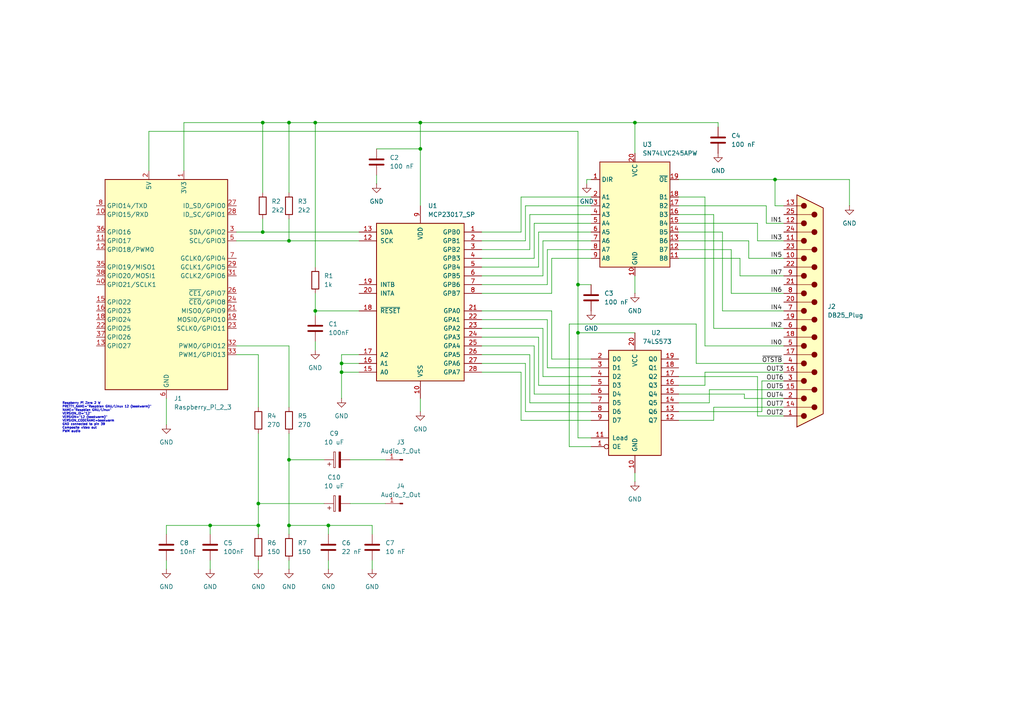
<source format=kicad_sch>
(kicad_sch
	(version 20231120)
	(generator "eeschema")
	(generator_version "8.0")
	(uuid "8e582bc3-6ae0-414d-a3f5-841079d30f76")
	(paper "A4")
	(title_block
		(title "Memotech MTX-512 replacement")
		(date "2024-12-12")
		(rev "1.10")
		(company "Bouwmachines van Toen")
		(comment 1 "Koksteeg 25")
	)
	(lib_symbols
		(symbol "74xx:74LS573"
			(pin_names
				(offset 1.016)
			)
			(exclude_from_sim no)
			(in_bom yes)
			(on_board yes)
			(property "Reference" "U"
				(at -7.62 16.51 0)
				(effects
					(font
						(size 1.27 1.27)
					)
				)
			)
			(property "Value" "74LS573"
				(at -7.62 -16.51 0)
				(effects
					(font
						(size 1.27 1.27)
					)
				)
			)
			(property "Footprint" ""
				(at 0 0 0)
				(effects
					(font
						(size 1.27 1.27)
					)
					(hide yes)
				)
			)
			(property "Datasheet" "74xx/74hc573.pdf"
				(at 0 0 0)
				(effects
					(font
						(size 1.27 1.27)
					)
					(hide yes)
				)
			)
			(property "Description" "8-bit Latch 3-state outputs"
				(at 0 0 0)
				(effects
					(font
						(size 1.27 1.27)
					)
					(hide yes)
				)
			)
			(property "ki_locked" ""
				(at 0 0 0)
				(effects
					(font
						(size 1.27 1.27)
					)
				)
			)
			(property "ki_keywords" "TTL DFF DFF8 LATCH 3State"
				(at 0 0 0)
				(effects
					(font
						(size 1.27 1.27)
					)
					(hide yes)
				)
			)
			(property "ki_fp_filters" "DIP?20*"
				(at 0 0 0)
				(effects
					(font
						(size 1.27 1.27)
					)
					(hide yes)
				)
			)
			(symbol "74LS573_1_0"
				(pin input inverted
					(at -12.7 -12.7 0)
					(length 5.08)
					(name "OE"
						(effects
							(font
								(size 1.27 1.27)
							)
						)
					)
					(number "1"
						(effects
							(font
								(size 1.27 1.27)
							)
						)
					)
				)
				(pin power_in line
					(at 0 -20.32 90)
					(length 5.08)
					(name "GND"
						(effects
							(font
								(size 1.27 1.27)
							)
						)
					)
					(number "10"
						(effects
							(font
								(size 1.27 1.27)
							)
						)
					)
				)
				(pin input line
					(at -12.7 -10.16 0)
					(length 5.08)
					(name "Load"
						(effects
							(font
								(size 1.27 1.27)
							)
						)
					)
					(number "11"
						(effects
							(font
								(size 1.27 1.27)
							)
						)
					)
				)
				(pin tri_state line
					(at 12.7 -5.08 180)
					(length 5.08)
					(name "Q7"
						(effects
							(font
								(size 1.27 1.27)
							)
						)
					)
					(number "12"
						(effects
							(font
								(size 1.27 1.27)
							)
						)
					)
				)
				(pin tri_state line
					(at 12.7 -2.54 180)
					(length 5.08)
					(name "Q6"
						(effects
							(font
								(size 1.27 1.27)
							)
						)
					)
					(number "13"
						(effects
							(font
								(size 1.27 1.27)
							)
						)
					)
				)
				(pin tri_state line
					(at 12.7 0 180)
					(length 5.08)
					(name "Q5"
						(effects
							(font
								(size 1.27 1.27)
							)
						)
					)
					(number "14"
						(effects
							(font
								(size 1.27 1.27)
							)
						)
					)
				)
				(pin tri_state line
					(at 12.7 2.54 180)
					(length 5.08)
					(name "Q4"
						(effects
							(font
								(size 1.27 1.27)
							)
						)
					)
					(number "15"
						(effects
							(font
								(size 1.27 1.27)
							)
						)
					)
				)
				(pin tri_state line
					(at 12.7 5.08 180)
					(length 5.08)
					(name "Q3"
						(effects
							(font
								(size 1.27 1.27)
							)
						)
					)
					(number "16"
						(effects
							(font
								(size 1.27 1.27)
							)
						)
					)
				)
				(pin tri_state line
					(at 12.7 7.62 180)
					(length 5.08)
					(name "Q2"
						(effects
							(font
								(size 1.27 1.27)
							)
						)
					)
					(number "17"
						(effects
							(font
								(size 1.27 1.27)
							)
						)
					)
				)
				(pin tri_state line
					(at 12.7 10.16 180)
					(length 5.08)
					(name "Q1"
						(effects
							(font
								(size 1.27 1.27)
							)
						)
					)
					(number "18"
						(effects
							(font
								(size 1.27 1.27)
							)
						)
					)
				)
				(pin tri_state line
					(at 12.7 12.7 180)
					(length 5.08)
					(name "Q0"
						(effects
							(font
								(size 1.27 1.27)
							)
						)
					)
					(number "19"
						(effects
							(font
								(size 1.27 1.27)
							)
						)
					)
				)
				(pin input line
					(at -12.7 12.7 0)
					(length 5.08)
					(name "D0"
						(effects
							(font
								(size 1.27 1.27)
							)
						)
					)
					(number "2"
						(effects
							(font
								(size 1.27 1.27)
							)
						)
					)
				)
				(pin power_in line
					(at 0 20.32 270)
					(length 5.08)
					(name "VCC"
						(effects
							(font
								(size 1.27 1.27)
							)
						)
					)
					(number "20"
						(effects
							(font
								(size 1.27 1.27)
							)
						)
					)
				)
				(pin input line
					(at -12.7 10.16 0)
					(length 5.08)
					(name "D1"
						(effects
							(font
								(size 1.27 1.27)
							)
						)
					)
					(number "3"
						(effects
							(font
								(size 1.27 1.27)
							)
						)
					)
				)
				(pin input line
					(at -12.7 7.62 0)
					(length 5.08)
					(name "D2"
						(effects
							(font
								(size 1.27 1.27)
							)
						)
					)
					(number "4"
						(effects
							(font
								(size 1.27 1.27)
							)
						)
					)
				)
				(pin input line
					(at -12.7 5.08 0)
					(length 5.08)
					(name "D3"
						(effects
							(font
								(size 1.27 1.27)
							)
						)
					)
					(number "5"
						(effects
							(font
								(size 1.27 1.27)
							)
						)
					)
				)
				(pin input line
					(at -12.7 2.54 0)
					(length 5.08)
					(name "D4"
						(effects
							(font
								(size 1.27 1.27)
							)
						)
					)
					(number "6"
						(effects
							(font
								(size 1.27 1.27)
							)
						)
					)
				)
				(pin input line
					(at -12.7 0 0)
					(length 5.08)
					(name "D5"
						(effects
							(font
								(size 1.27 1.27)
							)
						)
					)
					(number "7"
						(effects
							(font
								(size 1.27 1.27)
							)
						)
					)
				)
				(pin input line
					(at -12.7 -2.54 0)
					(length 5.08)
					(name "D6"
						(effects
							(font
								(size 1.27 1.27)
							)
						)
					)
					(number "8"
						(effects
							(font
								(size 1.27 1.27)
							)
						)
					)
				)
				(pin input line
					(at -12.7 -5.08 0)
					(length 5.08)
					(name "D7"
						(effects
							(font
								(size 1.27 1.27)
							)
						)
					)
					(number "9"
						(effects
							(font
								(size 1.27 1.27)
							)
						)
					)
				)
			)
			(symbol "74LS573_1_1"
				(rectangle
					(start -7.62 15.24)
					(end 7.62 -15.24)
					(stroke
						(width 0.254)
						(type default)
					)
					(fill
						(type background)
					)
				)
			)
		)
		(symbol "Connector:Conn_01x01_Pin"
			(pin_names
				(offset 1.016) hide)
			(exclude_from_sim no)
			(in_bom yes)
			(on_board yes)
			(property "Reference" "J"
				(at 0 2.54 0)
				(effects
					(font
						(size 1.27 1.27)
					)
				)
			)
			(property "Value" "Conn_01x01_Pin"
				(at 0 -2.54 0)
				(effects
					(font
						(size 1.27 1.27)
					)
				)
			)
			(property "Footprint" ""
				(at 0 0 0)
				(effects
					(font
						(size 1.27 1.27)
					)
					(hide yes)
				)
			)
			(property "Datasheet" "~"
				(at 0 0 0)
				(effects
					(font
						(size 1.27 1.27)
					)
					(hide yes)
				)
			)
			(property "Description" "Generic connector, single row, 01x01, script generated"
				(at 0 0 0)
				(effects
					(font
						(size 1.27 1.27)
					)
					(hide yes)
				)
			)
			(property "ki_locked" ""
				(at 0 0 0)
				(effects
					(font
						(size 1.27 1.27)
					)
				)
			)
			(property "ki_keywords" "connector"
				(at 0 0 0)
				(effects
					(font
						(size 1.27 1.27)
					)
					(hide yes)
				)
			)
			(property "ki_fp_filters" "Connector*:*_1x??_*"
				(at 0 0 0)
				(effects
					(font
						(size 1.27 1.27)
					)
					(hide yes)
				)
			)
			(symbol "Conn_01x01_Pin_1_1"
				(polyline
					(pts
						(xy 1.27 0) (xy 0.8636 0)
					)
					(stroke
						(width 0.1524)
						(type default)
					)
					(fill
						(type none)
					)
				)
				(rectangle
					(start 0.8636 0.127)
					(end 0 -0.127)
					(stroke
						(width 0.1524)
						(type default)
					)
					(fill
						(type outline)
					)
				)
				(pin passive line
					(at 5.08 0 180)
					(length 3.81)
					(name "Pin_1"
						(effects
							(font
								(size 1.27 1.27)
							)
						)
					)
					(number "1"
						(effects
							(font
								(size 1.27 1.27)
							)
						)
					)
				)
			)
		)
		(symbol "Connector:DB25_Plug"
			(pin_names
				(offset 1.016) hide)
			(exclude_from_sim no)
			(in_bom yes)
			(on_board yes)
			(property "Reference" "J"
				(at 0 34.29 0)
				(effects
					(font
						(size 1.27 1.27)
					)
				)
			)
			(property "Value" "DB25_Plug"
				(at 0 -34.925 0)
				(effects
					(font
						(size 1.27 1.27)
					)
				)
			)
			(property "Footprint" ""
				(at 0 0 0)
				(effects
					(font
						(size 1.27 1.27)
					)
					(hide yes)
				)
			)
			(property "Datasheet" "~"
				(at 0 0 0)
				(effects
					(font
						(size 1.27 1.27)
					)
					(hide yes)
				)
			)
			(property "Description" "25-pin male plug pin D-SUB connector"
				(at 0 0 0)
				(effects
					(font
						(size 1.27 1.27)
					)
					(hide yes)
				)
			)
			(property "ki_keywords" "male plug D-SUB connector"
				(at 0 0 0)
				(effects
					(font
						(size 1.27 1.27)
					)
					(hide yes)
				)
			)
			(property "ki_fp_filters" "DSUB*Male*"
				(at 0 0 0)
				(effects
					(font
						(size 1.27 1.27)
					)
					(hide yes)
				)
			)
			(symbol "DB25_Plug_0_1"
				(circle
					(center -1.778 -30.48)
					(radius 0.762)
					(stroke
						(width 0)
						(type default)
					)
					(fill
						(type outline)
					)
				)
				(circle
					(center -1.778 -25.4)
					(radius 0.762)
					(stroke
						(width 0)
						(type default)
					)
					(fill
						(type outline)
					)
				)
				(circle
					(center -1.778 -20.32)
					(radius 0.762)
					(stroke
						(width 0)
						(type default)
					)
					(fill
						(type outline)
					)
				)
				(circle
					(center -1.778 -15.24)
					(radius 0.762)
					(stroke
						(width 0)
						(type default)
					)
					(fill
						(type outline)
					)
				)
				(circle
					(center -1.778 -10.16)
					(radius 0.762)
					(stroke
						(width 0)
						(type default)
					)
					(fill
						(type outline)
					)
				)
				(circle
					(center -1.778 -5.08)
					(radius 0.762)
					(stroke
						(width 0)
						(type default)
					)
					(fill
						(type outline)
					)
				)
				(circle
					(center -1.778 0)
					(radius 0.762)
					(stroke
						(width 0)
						(type default)
					)
					(fill
						(type outline)
					)
				)
				(circle
					(center -1.778 5.08)
					(radius 0.762)
					(stroke
						(width 0)
						(type default)
					)
					(fill
						(type outline)
					)
				)
				(circle
					(center -1.778 10.16)
					(radius 0.762)
					(stroke
						(width 0)
						(type default)
					)
					(fill
						(type outline)
					)
				)
				(circle
					(center -1.778 15.24)
					(radius 0.762)
					(stroke
						(width 0)
						(type default)
					)
					(fill
						(type outline)
					)
				)
				(circle
					(center -1.778 20.32)
					(radius 0.762)
					(stroke
						(width 0)
						(type default)
					)
					(fill
						(type outline)
					)
				)
				(circle
					(center -1.778 25.4)
					(radius 0.762)
					(stroke
						(width 0)
						(type default)
					)
					(fill
						(type outline)
					)
				)
				(circle
					(center -1.778 30.48)
					(radius 0.762)
					(stroke
						(width 0)
						(type default)
					)
					(fill
						(type outline)
					)
				)
				(polyline
					(pts
						(xy -3.81 -30.48) (xy -2.54 -30.48)
					)
					(stroke
						(width 0)
						(type default)
					)
					(fill
						(type none)
					)
				)
				(polyline
					(pts
						(xy -3.81 -27.94) (xy 0.508 -27.94)
					)
					(stroke
						(width 0)
						(type default)
					)
					(fill
						(type none)
					)
				)
				(polyline
					(pts
						(xy -3.81 -25.4) (xy -2.54 -25.4)
					)
					(stroke
						(width 0)
						(type default)
					)
					(fill
						(type none)
					)
				)
				(polyline
					(pts
						(xy -3.81 -22.86) (xy 0.508 -22.86)
					)
					(stroke
						(width 0)
						(type default)
					)
					(fill
						(type none)
					)
				)
				(polyline
					(pts
						(xy -3.81 -20.32) (xy -2.54 -20.32)
					)
					(stroke
						(width 0)
						(type default)
					)
					(fill
						(type none)
					)
				)
				(polyline
					(pts
						(xy -3.81 -17.78) (xy 0.508 -17.78)
					)
					(stroke
						(width 0)
						(type default)
					)
					(fill
						(type none)
					)
				)
				(polyline
					(pts
						(xy -3.81 -15.24) (xy -2.54 -15.24)
					)
					(stroke
						(width 0)
						(type default)
					)
					(fill
						(type none)
					)
				)
				(polyline
					(pts
						(xy -3.81 -12.7) (xy 0.508 -12.7)
					)
					(stroke
						(width 0)
						(type default)
					)
					(fill
						(type none)
					)
				)
				(polyline
					(pts
						(xy -3.81 -10.16) (xy -2.54 -10.16)
					)
					(stroke
						(width 0)
						(type default)
					)
					(fill
						(type none)
					)
				)
				(polyline
					(pts
						(xy -3.81 -7.62) (xy 0.508 -7.62)
					)
					(stroke
						(width 0)
						(type default)
					)
					(fill
						(type none)
					)
				)
				(polyline
					(pts
						(xy -3.81 -5.08) (xy -2.54 -5.08)
					)
					(stroke
						(width 0)
						(type default)
					)
					(fill
						(type none)
					)
				)
				(polyline
					(pts
						(xy -3.81 -2.54) (xy 0.508 -2.54)
					)
					(stroke
						(width 0)
						(type default)
					)
					(fill
						(type none)
					)
				)
				(polyline
					(pts
						(xy -3.81 0) (xy -2.54 0)
					)
					(stroke
						(width 0)
						(type default)
					)
					(fill
						(type none)
					)
				)
				(polyline
					(pts
						(xy -3.81 2.54) (xy 0.508 2.54)
					)
					(stroke
						(width 0)
						(type default)
					)
					(fill
						(type none)
					)
				)
				(polyline
					(pts
						(xy -3.81 5.08) (xy -2.54 5.08)
					)
					(stroke
						(width 0)
						(type default)
					)
					(fill
						(type none)
					)
				)
				(polyline
					(pts
						(xy -3.81 7.62) (xy 0.508 7.62)
					)
					(stroke
						(width 0)
						(type default)
					)
					(fill
						(type none)
					)
				)
				(polyline
					(pts
						(xy -3.81 10.16) (xy -2.54 10.16)
					)
					(stroke
						(width 0)
						(type default)
					)
					(fill
						(type none)
					)
				)
				(polyline
					(pts
						(xy -3.81 12.7) (xy 0.508 12.7)
					)
					(stroke
						(width 0)
						(type default)
					)
					(fill
						(type none)
					)
				)
				(polyline
					(pts
						(xy -3.81 15.24) (xy -2.54 15.24)
					)
					(stroke
						(width 0)
						(type default)
					)
					(fill
						(type none)
					)
				)
				(polyline
					(pts
						(xy -3.81 17.78) (xy 0.508 17.78)
					)
					(stroke
						(width 0)
						(type default)
					)
					(fill
						(type none)
					)
				)
				(polyline
					(pts
						(xy -3.81 20.32) (xy -2.54 20.32)
					)
					(stroke
						(width 0)
						(type default)
					)
					(fill
						(type none)
					)
				)
				(polyline
					(pts
						(xy -3.81 22.86) (xy 0.508 22.86)
					)
					(stroke
						(width 0)
						(type default)
					)
					(fill
						(type none)
					)
				)
				(polyline
					(pts
						(xy -3.81 25.4) (xy -2.54 25.4)
					)
					(stroke
						(width 0)
						(type default)
					)
					(fill
						(type none)
					)
				)
				(polyline
					(pts
						(xy -3.81 27.94) (xy 0.508 27.94)
					)
					(stroke
						(width 0)
						(type default)
					)
					(fill
						(type none)
					)
				)
				(polyline
					(pts
						(xy -3.81 30.48) (xy -2.54 30.48)
					)
					(stroke
						(width 0)
						(type default)
					)
					(fill
						(type none)
					)
				)
				(polyline
					(pts
						(xy -3.81 -33.655) (xy 3.81 -29.845) (xy 3.81 29.845) (xy -3.81 33.655) (xy -3.81 -33.655)
					)
					(stroke
						(width 0.254)
						(type default)
					)
					(fill
						(type background)
					)
				)
				(circle
					(center 1.27 -27.94)
					(radius 0.762)
					(stroke
						(width 0)
						(type default)
					)
					(fill
						(type outline)
					)
				)
				(circle
					(center 1.27 -22.86)
					(radius 0.762)
					(stroke
						(width 0)
						(type default)
					)
					(fill
						(type outline)
					)
				)
				(circle
					(center 1.27 -17.78)
					(radius 0.762)
					(stroke
						(width 0)
						(type default)
					)
					(fill
						(type outline)
					)
				)
				(circle
					(center 1.27 -12.7)
					(radius 0.762)
					(stroke
						(width 0)
						(type default)
					)
					(fill
						(type outline)
					)
				)
				(circle
					(center 1.27 -7.62)
					(radius 0.762)
					(stroke
						(width 0)
						(type default)
					)
					(fill
						(type outline)
					)
				)
				(circle
					(center 1.27 -2.54)
					(radius 0.762)
					(stroke
						(width 0)
						(type default)
					)
					(fill
						(type outline)
					)
				)
				(circle
					(center 1.27 2.54)
					(radius 0.762)
					(stroke
						(width 0)
						(type default)
					)
					(fill
						(type outline)
					)
				)
				(circle
					(center 1.27 7.62)
					(radius 0.762)
					(stroke
						(width 0)
						(type default)
					)
					(fill
						(type outline)
					)
				)
				(circle
					(center 1.27 12.7)
					(radius 0.762)
					(stroke
						(width 0)
						(type default)
					)
					(fill
						(type outline)
					)
				)
				(circle
					(center 1.27 17.78)
					(radius 0.762)
					(stroke
						(width 0)
						(type default)
					)
					(fill
						(type outline)
					)
				)
				(circle
					(center 1.27 22.86)
					(radius 0.762)
					(stroke
						(width 0)
						(type default)
					)
					(fill
						(type outline)
					)
				)
				(circle
					(center 1.27 27.94)
					(radius 0.762)
					(stroke
						(width 0)
						(type default)
					)
					(fill
						(type outline)
					)
				)
			)
			(symbol "DB25_Plug_1_1"
				(pin passive line
					(at -7.62 -30.48 0)
					(length 3.81)
					(name "1"
						(effects
							(font
								(size 1.27 1.27)
							)
						)
					)
					(number "1"
						(effects
							(font
								(size 1.27 1.27)
							)
						)
					)
				)
				(pin passive line
					(at -7.62 15.24 0)
					(length 3.81)
					(name "10"
						(effects
							(font
								(size 1.27 1.27)
							)
						)
					)
					(number "10"
						(effects
							(font
								(size 1.27 1.27)
							)
						)
					)
				)
				(pin passive line
					(at -7.62 20.32 0)
					(length 3.81)
					(name "11"
						(effects
							(font
								(size 1.27 1.27)
							)
						)
					)
					(number "11"
						(effects
							(font
								(size 1.27 1.27)
							)
						)
					)
				)
				(pin passive line
					(at -7.62 25.4 0)
					(length 3.81)
					(name "12"
						(effects
							(font
								(size 1.27 1.27)
							)
						)
					)
					(number "12"
						(effects
							(font
								(size 1.27 1.27)
							)
						)
					)
				)
				(pin passive line
					(at -7.62 30.48 0)
					(length 3.81)
					(name "13"
						(effects
							(font
								(size 1.27 1.27)
							)
						)
					)
					(number "13"
						(effects
							(font
								(size 1.27 1.27)
							)
						)
					)
				)
				(pin passive line
					(at -7.62 -27.94 0)
					(length 3.81)
					(name "P14"
						(effects
							(font
								(size 1.27 1.27)
							)
						)
					)
					(number "14"
						(effects
							(font
								(size 1.27 1.27)
							)
						)
					)
				)
				(pin passive line
					(at -7.62 -22.86 0)
					(length 3.81)
					(name "P15"
						(effects
							(font
								(size 1.27 1.27)
							)
						)
					)
					(number "15"
						(effects
							(font
								(size 1.27 1.27)
							)
						)
					)
				)
				(pin passive line
					(at -7.62 -17.78 0)
					(length 3.81)
					(name "P16"
						(effects
							(font
								(size 1.27 1.27)
							)
						)
					)
					(number "16"
						(effects
							(font
								(size 1.27 1.27)
							)
						)
					)
				)
				(pin passive line
					(at -7.62 -12.7 0)
					(length 3.81)
					(name "P17"
						(effects
							(font
								(size 1.27 1.27)
							)
						)
					)
					(number "17"
						(effects
							(font
								(size 1.27 1.27)
							)
						)
					)
				)
				(pin passive line
					(at -7.62 -7.62 0)
					(length 3.81)
					(name "P18"
						(effects
							(font
								(size 1.27 1.27)
							)
						)
					)
					(number "18"
						(effects
							(font
								(size 1.27 1.27)
							)
						)
					)
				)
				(pin passive line
					(at -7.62 -2.54 0)
					(length 3.81)
					(name "P19"
						(effects
							(font
								(size 1.27 1.27)
							)
						)
					)
					(number "19"
						(effects
							(font
								(size 1.27 1.27)
							)
						)
					)
				)
				(pin passive line
					(at -7.62 -25.4 0)
					(length 3.81)
					(name "2"
						(effects
							(font
								(size 1.27 1.27)
							)
						)
					)
					(number "2"
						(effects
							(font
								(size 1.27 1.27)
							)
						)
					)
				)
				(pin passive line
					(at -7.62 2.54 0)
					(length 3.81)
					(name "P20"
						(effects
							(font
								(size 1.27 1.27)
							)
						)
					)
					(number "20"
						(effects
							(font
								(size 1.27 1.27)
							)
						)
					)
				)
				(pin passive line
					(at -7.62 7.62 0)
					(length 3.81)
					(name "P21"
						(effects
							(font
								(size 1.27 1.27)
							)
						)
					)
					(number "21"
						(effects
							(font
								(size 1.27 1.27)
							)
						)
					)
				)
				(pin passive line
					(at -7.62 12.7 0)
					(length 3.81)
					(name "P22"
						(effects
							(font
								(size 1.27 1.27)
							)
						)
					)
					(number "22"
						(effects
							(font
								(size 1.27 1.27)
							)
						)
					)
				)
				(pin passive line
					(at -7.62 17.78 0)
					(length 3.81)
					(name "P23"
						(effects
							(font
								(size 1.27 1.27)
							)
						)
					)
					(number "23"
						(effects
							(font
								(size 1.27 1.27)
							)
						)
					)
				)
				(pin passive line
					(at -7.62 22.86 0)
					(length 3.81)
					(name "P24"
						(effects
							(font
								(size 1.27 1.27)
							)
						)
					)
					(number "24"
						(effects
							(font
								(size 1.27 1.27)
							)
						)
					)
				)
				(pin passive line
					(at -7.62 27.94 0)
					(length 3.81)
					(name "P25"
						(effects
							(font
								(size 1.27 1.27)
							)
						)
					)
					(number "25"
						(effects
							(font
								(size 1.27 1.27)
							)
						)
					)
				)
				(pin passive line
					(at -7.62 -20.32 0)
					(length 3.81)
					(name "3"
						(effects
							(font
								(size 1.27 1.27)
							)
						)
					)
					(number "3"
						(effects
							(font
								(size 1.27 1.27)
							)
						)
					)
				)
				(pin passive line
					(at -7.62 -15.24 0)
					(length 3.81)
					(name "4"
						(effects
							(font
								(size 1.27 1.27)
							)
						)
					)
					(number "4"
						(effects
							(font
								(size 1.27 1.27)
							)
						)
					)
				)
				(pin passive line
					(at -7.62 -10.16 0)
					(length 3.81)
					(name "5"
						(effects
							(font
								(size 1.27 1.27)
							)
						)
					)
					(number "5"
						(effects
							(font
								(size 1.27 1.27)
							)
						)
					)
				)
				(pin passive line
					(at -7.62 -5.08 0)
					(length 3.81)
					(name "6"
						(effects
							(font
								(size 1.27 1.27)
							)
						)
					)
					(number "6"
						(effects
							(font
								(size 1.27 1.27)
							)
						)
					)
				)
				(pin passive line
					(at -7.62 0 0)
					(length 3.81)
					(name "7"
						(effects
							(font
								(size 1.27 1.27)
							)
						)
					)
					(number "7"
						(effects
							(font
								(size 1.27 1.27)
							)
						)
					)
				)
				(pin passive line
					(at -7.62 5.08 0)
					(length 3.81)
					(name "8"
						(effects
							(font
								(size 1.27 1.27)
							)
						)
					)
					(number "8"
						(effects
							(font
								(size 1.27 1.27)
							)
						)
					)
				)
				(pin passive line
					(at -7.62 10.16 0)
					(length 3.81)
					(name "9"
						(effects
							(font
								(size 1.27 1.27)
							)
						)
					)
					(number "9"
						(effects
							(font
								(size 1.27 1.27)
							)
						)
					)
				)
			)
		)
		(symbol "Connector:Raspberry_Pi_2_3"
			(exclude_from_sim no)
			(in_bom yes)
			(on_board yes)
			(property "Reference" "J"
				(at -17.78 31.75 0)
				(effects
					(font
						(size 1.27 1.27)
					)
					(justify left bottom)
				)
			)
			(property "Value" "Raspberry_Pi_2_3"
				(at 10.16 -31.75 0)
				(effects
					(font
						(size 1.27 1.27)
					)
					(justify left top)
				)
			)
			(property "Footprint" ""
				(at 0 0 0)
				(effects
					(font
						(size 1.27 1.27)
					)
					(hide yes)
				)
			)
			(property "Datasheet" "https://www.raspberrypi.org/documentation/hardware/raspberrypi/schematics/rpi_SCH_3bplus_1p0_reduced.pdf"
				(at 60.96 -44.45 0)
				(effects
					(font
						(size 1.27 1.27)
					)
					(hide yes)
				)
			)
			(property "Description" "expansion header for Raspberry Pi 2 & 3"
				(at 0 0 0)
				(effects
					(font
						(size 1.27 1.27)
					)
					(hide yes)
				)
			)
			(property "ki_keywords" "raspberrypi gpio"
				(at 0 0 0)
				(effects
					(font
						(size 1.27 1.27)
					)
					(hide yes)
				)
			)
			(property "ki_fp_filters" "PinHeader*2x20*P2.54mm*Vertical* PinSocket*2x20*P2.54mm*Vertical*"
				(at 0 0 0)
				(effects
					(font
						(size 1.27 1.27)
					)
					(hide yes)
				)
			)
			(symbol "Raspberry_Pi_2_3_0_1"
				(rectangle
					(start -17.78 30.48)
					(end 17.78 -30.48)
					(stroke
						(width 0.254)
						(type default)
					)
					(fill
						(type background)
					)
				)
			)
			(symbol "Raspberry_Pi_2_3_1_1"
				(pin power_in line
					(at 5.08 33.02 270)
					(length 2.54)
					(name "3V3"
						(effects
							(font
								(size 1.27 1.27)
							)
						)
					)
					(number "1"
						(effects
							(font
								(size 1.27 1.27)
							)
						)
					)
				)
				(pin bidirectional line
					(at -20.32 20.32 0)
					(length 2.54)
					(name "GPIO15/RXD"
						(effects
							(font
								(size 1.27 1.27)
							)
						)
					)
					(number "10"
						(effects
							(font
								(size 1.27 1.27)
							)
						)
					)
				)
				(pin bidirectional line
					(at -20.32 12.7 0)
					(length 2.54)
					(name "GPIO17"
						(effects
							(font
								(size 1.27 1.27)
							)
						)
					)
					(number "11"
						(effects
							(font
								(size 1.27 1.27)
							)
						)
					)
				)
				(pin bidirectional line
					(at -20.32 10.16 0)
					(length 2.54)
					(name "GPIO18/PWM0"
						(effects
							(font
								(size 1.27 1.27)
							)
						)
					)
					(number "12"
						(effects
							(font
								(size 1.27 1.27)
							)
						)
					)
				)
				(pin bidirectional line
					(at -20.32 -17.78 0)
					(length 2.54)
					(name "GPIO27"
						(effects
							(font
								(size 1.27 1.27)
							)
						)
					)
					(number "13"
						(effects
							(font
								(size 1.27 1.27)
							)
						)
					)
				)
				(pin passive line
					(at 0 -33.02 90)
					(length 2.54) hide
					(name "GND"
						(effects
							(font
								(size 1.27 1.27)
							)
						)
					)
					(number "14"
						(effects
							(font
								(size 1.27 1.27)
							)
						)
					)
				)
				(pin bidirectional line
					(at -20.32 -5.08 0)
					(length 2.54)
					(name "GPIO22"
						(effects
							(font
								(size 1.27 1.27)
							)
						)
					)
					(number "15"
						(effects
							(font
								(size 1.27 1.27)
							)
						)
					)
				)
				(pin bidirectional line
					(at -20.32 -7.62 0)
					(length 2.54)
					(name "GPIO23"
						(effects
							(font
								(size 1.27 1.27)
							)
						)
					)
					(number "16"
						(effects
							(font
								(size 1.27 1.27)
							)
						)
					)
				)
				(pin passive line
					(at 5.08 33.02 270)
					(length 2.54) hide
					(name "3V3"
						(effects
							(font
								(size 1.27 1.27)
							)
						)
					)
					(number "17"
						(effects
							(font
								(size 1.27 1.27)
							)
						)
					)
				)
				(pin bidirectional line
					(at -20.32 -10.16 0)
					(length 2.54)
					(name "GPIO24"
						(effects
							(font
								(size 1.27 1.27)
							)
						)
					)
					(number "18"
						(effects
							(font
								(size 1.27 1.27)
							)
						)
					)
				)
				(pin bidirectional line
					(at 20.32 -10.16 180)
					(length 2.54)
					(name "MOSI0/GPIO10"
						(effects
							(font
								(size 1.27 1.27)
							)
						)
					)
					(number "19"
						(effects
							(font
								(size 1.27 1.27)
							)
						)
					)
				)
				(pin power_in line
					(at -5.08 33.02 270)
					(length 2.54)
					(name "5V"
						(effects
							(font
								(size 1.27 1.27)
							)
						)
					)
					(number "2"
						(effects
							(font
								(size 1.27 1.27)
							)
						)
					)
				)
				(pin passive line
					(at 0 -33.02 90)
					(length 2.54) hide
					(name "GND"
						(effects
							(font
								(size 1.27 1.27)
							)
						)
					)
					(number "20"
						(effects
							(font
								(size 1.27 1.27)
							)
						)
					)
				)
				(pin bidirectional line
					(at 20.32 -7.62 180)
					(length 2.54)
					(name "MISO0/GPIO9"
						(effects
							(font
								(size 1.27 1.27)
							)
						)
					)
					(number "21"
						(effects
							(font
								(size 1.27 1.27)
							)
						)
					)
				)
				(pin bidirectional line
					(at -20.32 -12.7 0)
					(length 2.54)
					(name "GPIO25"
						(effects
							(font
								(size 1.27 1.27)
							)
						)
					)
					(number "22"
						(effects
							(font
								(size 1.27 1.27)
							)
						)
					)
				)
				(pin bidirectional line
					(at 20.32 -12.7 180)
					(length 2.54)
					(name "SCLK0/GPIO11"
						(effects
							(font
								(size 1.27 1.27)
							)
						)
					)
					(number "23"
						(effects
							(font
								(size 1.27 1.27)
							)
						)
					)
				)
				(pin bidirectional line
					(at 20.32 -5.08 180)
					(length 2.54)
					(name "~{CE0}/GPIO8"
						(effects
							(font
								(size 1.27 1.27)
							)
						)
					)
					(number "24"
						(effects
							(font
								(size 1.27 1.27)
							)
						)
					)
				)
				(pin passive line
					(at 0 -33.02 90)
					(length 2.54) hide
					(name "GND"
						(effects
							(font
								(size 1.27 1.27)
							)
						)
					)
					(number "25"
						(effects
							(font
								(size 1.27 1.27)
							)
						)
					)
				)
				(pin bidirectional line
					(at 20.32 -2.54 180)
					(length 2.54)
					(name "~{CE1}/GPIO7"
						(effects
							(font
								(size 1.27 1.27)
							)
						)
					)
					(number "26"
						(effects
							(font
								(size 1.27 1.27)
							)
						)
					)
				)
				(pin bidirectional line
					(at 20.32 22.86 180)
					(length 2.54)
					(name "ID_SD/GPIO0"
						(effects
							(font
								(size 1.27 1.27)
							)
						)
					)
					(number "27"
						(effects
							(font
								(size 1.27 1.27)
							)
						)
					)
				)
				(pin bidirectional line
					(at 20.32 20.32 180)
					(length 2.54)
					(name "ID_SC/GPIO1"
						(effects
							(font
								(size 1.27 1.27)
							)
						)
					)
					(number "28"
						(effects
							(font
								(size 1.27 1.27)
							)
						)
					)
				)
				(pin bidirectional line
					(at 20.32 5.08 180)
					(length 2.54)
					(name "GCLK1/GPIO5"
						(effects
							(font
								(size 1.27 1.27)
							)
						)
					)
					(number "29"
						(effects
							(font
								(size 1.27 1.27)
							)
						)
					)
				)
				(pin bidirectional line
					(at 20.32 15.24 180)
					(length 2.54)
					(name "SDA/GPIO2"
						(effects
							(font
								(size 1.27 1.27)
							)
						)
					)
					(number "3"
						(effects
							(font
								(size 1.27 1.27)
							)
						)
					)
				)
				(pin passive line
					(at 0 -33.02 90)
					(length 2.54) hide
					(name "GND"
						(effects
							(font
								(size 1.27 1.27)
							)
						)
					)
					(number "30"
						(effects
							(font
								(size 1.27 1.27)
							)
						)
					)
				)
				(pin bidirectional line
					(at 20.32 2.54 180)
					(length 2.54)
					(name "GCLK2/GPIO6"
						(effects
							(font
								(size 1.27 1.27)
							)
						)
					)
					(number "31"
						(effects
							(font
								(size 1.27 1.27)
							)
						)
					)
				)
				(pin bidirectional line
					(at 20.32 -17.78 180)
					(length 2.54)
					(name "PWM0/GPIO12"
						(effects
							(font
								(size 1.27 1.27)
							)
						)
					)
					(number "32"
						(effects
							(font
								(size 1.27 1.27)
							)
						)
					)
				)
				(pin bidirectional line
					(at 20.32 -20.32 180)
					(length 2.54)
					(name "PWM1/GPIO13"
						(effects
							(font
								(size 1.27 1.27)
							)
						)
					)
					(number "33"
						(effects
							(font
								(size 1.27 1.27)
							)
						)
					)
				)
				(pin passive line
					(at 0 -33.02 90)
					(length 2.54) hide
					(name "GND"
						(effects
							(font
								(size 1.27 1.27)
							)
						)
					)
					(number "34"
						(effects
							(font
								(size 1.27 1.27)
							)
						)
					)
				)
				(pin bidirectional line
					(at -20.32 5.08 0)
					(length 2.54)
					(name "GPIO19/MISO1"
						(effects
							(font
								(size 1.27 1.27)
							)
						)
					)
					(number "35"
						(effects
							(font
								(size 1.27 1.27)
							)
						)
					)
				)
				(pin bidirectional line
					(at -20.32 15.24 0)
					(length 2.54)
					(name "GPIO16"
						(effects
							(font
								(size 1.27 1.27)
							)
						)
					)
					(number "36"
						(effects
							(font
								(size 1.27 1.27)
							)
						)
					)
				)
				(pin bidirectional line
					(at -20.32 -15.24 0)
					(length 2.54)
					(name "GPIO26"
						(effects
							(font
								(size 1.27 1.27)
							)
						)
					)
					(number "37"
						(effects
							(font
								(size 1.27 1.27)
							)
						)
					)
				)
				(pin bidirectional line
					(at -20.32 2.54 0)
					(length 2.54)
					(name "GPIO20/MOSI1"
						(effects
							(font
								(size 1.27 1.27)
							)
						)
					)
					(number "38"
						(effects
							(font
								(size 1.27 1.27)
							)
						)
					)
				)
				(pin passive line
					(at 0 -33.02 90)
					(length 2.54) hide
					(name "GND"
						(effects
							(font
								(size 1.27 1.27)
							)
						)
					)
					(number "39"
						(effects
							(font
								(size 1.27 1.27)
							)
						)
					)
				)
				(pin passive line
					(at -5.08 33.02 270)
					(length 2.54) hide
					(name "5V"
						(effects
							(font
								(size 1.27 1.27)
							)
						)
					)
					(number "4"
						(effects
							(font
								(size 1.27 1.27)
							)
						)
					)
				)
				(pin bidirectional line
					(at -20.32 0 0)
					(length 2.54)
					(name "GPIO21/SCLK1"
						(effects
							(font
								(size 1.27 1.27)
							)
						)
					)
					(number "40"
						(effects
							(font
								(size 1.27 1.27)
							)
						)
					)
				)
				(pin bidirectional line
					(at 20.32 12.7 180)
					(length 2.54)
					(name "SCL/GPIO3"
						(effects
							(font
								(size 1.27 1.27)
							)
						)
					)
					(number "5"
						(effects
							(font
								(size 1.27 1.27)
							)
						)
					)
				)
				(pin power_in line
					(at 0 -33.02 90)
					(length 2.54)
					(name "GND"
						(effects
							(font
								(size 1.27 1.27)
							)
						)
					)
					(number "6"
						(effects
							(font
								(size 1.27 1.27)
							)
						)
					)
				)
				(pin bidirectional line
					(at 20.32 7.62 180)
					(length 2.54)
					(name "GCLK0/GPIO4"
						(effects
							(font
								(size 1.27 1.27)
							)
						)
					)
					(number "7"
						(effects
							(font
								(size 1.27 1.27)
							)
						)
					)
				)
				(pin bidirectional line
					(at -20.32 22.86 0)
					(length 2.54)
					(name "GPIO14/TXD"
						(effects
							(font
								(size 1.27 1.27)
							)
						)
					)
					(number "8"
						(effects
							(font
								(size 1.27 1.27)
							)
						)
					)
				)
				(pin passive line
					(at 0 -33.02 90)
					(length 2.54) hide
					(name "GND"
						(effects
							(font
								(size 1.27 1.27)
							)
						)
					)
					(number "9"
						(effects
							(font
								(size 1.27 1.27)
							)
						)
					)
				)
			)
		)
		(symbol "Device:C"
			(pin_numbers hide)
			(pin_names
				(offset 0.254)
			)
			(exclude_from_sim no)
			(in_bom yes)
			(on_board yes)
			(property "Reference" "C"
				(at 0.635 2.54 0)
				(effects
					(font
						(size 1.27 1.27)
					)
					(justify left)
				)
			)
			(property "Value" "C"
				(at 0.635 -2.54 0)
				(effects
					(font
						(size 1.27 1.27)
					)
					(justify left)
				)
			)
			(property "Footprint" ""
				(at 0.9652 -3.81 0)
				(effects
					(font
						(size 1.27 1.27)
					)
					(hide yes)
				)
			)
			(property "Datasheet" "~"
				(at 0 0 0)
				(effects
					(font
						(size 1.27 1.27)
					)
					(hide yes)
				)
			)
			(property "Description" "Unpolarized capacitor"
				(at 0 0 0)
				(effects
					(font
						(size 1.27 1.27)
					)
					(hide yes)
				)
			)
			(property "ki_keywords" "cap capacitor"
				(at 0 0 0)
				(effects
					(font
						(size 1.27 1.27)
					)
					(hide yes)
				)
			)
			(property "ki_fp_filters" "C_*"
				(at 0 0 0)
				(effects
					(font
						(size 1.27 1.27)
					)
					(hide yes)
				)
			)
			(symbol "C_0_1"
				(polyline
					(pts
						(xy -2.032 -0.762) (xy 2.032 -0.762)
					)
					(stroke
						(width 0.508)
						(type default)
					)
					(fill
						(type none)
					)
				)
				(polyline
					(pts
						(xy -2.032 0.762) (xy 2.032 0.762)
					)
					(stroke
						(width 0.508)
						(type default)
					)
					(fill
						(type none)
					)
				)
			)
			(symbol "C_1_1"
				(pin passive line
					(at 0 3.81 270)
					(length 2.794)
					(name "~"
						(effects
							(font
								(size 1.27 1.27)
							)
						)
					)
					(number "1"
						(effects
							(font
								(size 1.27 1.27)
							)
						)
					)
				)
				(pin passive line
					(at 0 -3.81 90)
					(length 2.794)
					(name "~"
						(effects
							(font
								(size 1.27 1.27)
							)
						)
					)
					(number "2"
						(effects
							(font
								(size 1.27 1.27)
							)
						)
					)
				)
			)
		)
		(symbol "Device:C_Polarized"
			(pin_numbers hide)
			(pin_names
				(offset 0.254)
			)
			(exclude_from_sim no)
			(in_bom yes)
			(on_board yes)
			(property "Reference" "C"
				(at 0.635 2.54 0)
				(effects
					(font
						(size 1.27 1.27)
					)
					(justify left)
				)
			)
			(property "Value" "C_Polarized"
				(at 0.635 -2.54 0)
				(effects
					(font
						(size 1.27 1.27)
					)
					(justify left)
				)
			)
			(property "Footprint" ""
				(at 0.9652 -3.81 0)
				(effects
					(font
						(size 1.27 1.27)
					)
					(hide yes)
				)
			)
			(property "Datasheet" "~"
				(at 0 0 0)
				(effects
					(font
						(size 1.27 1.27)
					)
					(hide yes)
				)
			)
			(property "Description" "Polarized capacitor"
				(at 0 0 0)
				(effects
					(font
						(size 1.27 1.27)
					)
					(hide yes)
				)
			)
			(property "ki_keywords" "cap capacitor"
				(at 0 0 0)
				(effects
					(font
						(size 1.27 1.27)
					)
					(hide yes)
				)
			)
			(property "ki_fp_filters" "CP_*"
				(at 0 0 0)
				(effects
					(font
						(size 1.27 1.27)
					)
					(hide yes)
				)
			)
			(symbol "C_Polarized_0_1"
				(rectangle
					(start -2.286 0.508)
					(end 2.286 1.016)
					(stroke
						(width 0)
						(type default)
					)
					(fill
						(type none)
					)
				)
				(polyline
					(pts
						(xy -1.778 2.286) (xy -0.762 2.286)
					)
					(stroke
						(width 0)
						(type default)
					)
					(fill
						(type none)
					)
				)
				(polyline
					(pts
						(xy -1.27 2.794) (xy -1.27 1.778)
					)
					(stroke
						(width 0)
						(type default)
					)
					(fill
						(type none)
					)
				)
				(rectangle
					(start 2.286 -0.508)
					(end -2.286 -1.016)
					(stroke
						(width 0)
						(type default)
					)
					(fill
						(type outline)
					)
				)
			)
			(symbol "C_Polarized_1_1"
				(pin passive line
					(at 0 3.81 270)
					(length 2.794)
					(name "~"
						(effects
							(font
								(size 1.27 1.27)
							)
						)
					)
					(number "1"
						(effects
							(font
								(size 1.27 1.27)
							)
						)
					)
				)
				(pin passive line
					(at 0 -3.81 90)
					(length 2.794)
					(name "~"
						(effects
							(font
								(size 1.27 1.27)
							)
						)
					)
					(number "2"
						(effects
							(font
								(size 1.27 1.27)
							)
						)
					)
				)
			)
		)
		(symbol "Device:R"
			(pin_numbers hide)
			(pin_names
				(offset 0)
			)
			(exclude_from_sim no)
			(in_bom yes)
			(on_board yes)
			(property "Reference" "R"
				(at 2.032 0 90)
				(effects
					(font
						(size 1.27 1.27)
					)
				)
			)
			(property "Value" "R"
				(at 0 0 90)
				(effects
					(font
						(size 1.27 1.27)
					)
				)
			)
			(property "Footprint" ""
				(at -1.778 0 90)
				(effects
					(font
						(size 1.27 1.27)
					)
					(hide yes)
				)
			)
			(property "Datasheet" "~"
				(at 0 0 0)
				(effects
					(font
						(size 1.27 1.27)
					)
					(hide yes)
				)
			)
			(property "Description" "Resistor"
				(at 0 0 0)
				(effects
					(font
						(size 1.27 1.27)
					)
					(hide yes)
				)
			)
			(property "ki_keywords" "R res resistor"
				(at 0 0 0)
				(effects
					(font
						(size 1.27 1.27)
					)
					(hide yes)
				)
			)
			(property "ki_fp_filters" "R_*"
				(at 0 0 0)
				(effects
					(font
						(size 1.27 1.27)
					)
					(hide yes)
				)
			)
			(symbol "R_0_1"
				(rectangle
					(start -1.016 -2.54)
					(end 1.016 2.54)
					(stroke
						(width 0.254)
						(type default)
					)
					(fill
						(type none)
					)
				)
			)
			(symbol "R_1_1"
				(pin passive line
					(at 0 3.81 270)
					(length 1.27)
					(name "~"
						(effects
							(font
								(size 1.27 1.27)
							)
						)
					)
					(number "1"
						(effects
							(font
								(size 1.27 1.27)
							)
						)
					)
				)
				(pin passive line
					(at 0 -3.81 90)
					(length 1.27)
					(name "~"
						(effects
							(font
								(size 1.27 1.27)
							)
						)
					)
					(number "2"
						(effects
							(font
								(size 1.27 1.27)
							)
						)
					)
				)
			)
		)
		(symbol "Interface_Expansion:MCP23017_SP"
			(pin_names
				(offset 1.016)
			)
			(exclude_from_sim no)
			(in_bom yes)
			(on_board yes)
			(property "Reference" "U"
				(at -11.43 24.13 0)
				(effects
					(font
						(size 1.27 1.27)
					)
				)
			)
			(property "Value" "MCP23017_SP"
				(at 0 0 0)
				(effects
					(font
						(size 1.27 1.27)
					)
				)
			)
			(property "Footprint" "Package_DIP:DIP-28_W7.62mm"
				(at 5.08 -25.4 0)
				(effects
					(font
						(size 1.27 1.27)
					)
					(justify left)
					(hide yes)
				)
			)
			(property "Datasheet" "http://ww1.microchip.com/downloads/en/DeviceDoc/20001952C.pdf"
				(at 5.08 -27.94 0)
				(effects
					(font
						(size 1.27 1.27)
					)
					(justify left)
					(hide yes)
				)
			)
			(property "Description" "16-bit I/O expander, I2C, interrupts, w pull-ups, SPDIP-28"
				(at 0 0 0)
				(effects
					(font
						(size 1.27 1.27)
					)
					(hide yes)
				)
			)
			(property "ki_keywords" "I2C parallel port expander"
				(at 0 0 0)
				(effects
					(font
						(size 1.27 1.27)
					)
					(hide yes)
				)
			)
			(property "ki_fp_filters" "DIP*W7.62mm*"
				(at 0 0 0)
				(effects
					(font
						(size 1.27 1.27)
					)
					(hide yes)
				)
			)
			(symbol "MCP23017_SP_0_1"
				(rectangle
					(start -12.7 22.86)
					(end 12.7 -22.86)
					(stroke
						(width 0.254)
						(type default)
					)
					(fill
						(type background)
					)
				)
			)
			(symbol "MCP23017_SP_1_1"
				(pin bidirectional line
					(at 17.78 20.32 180)
					(length 5.08)
					(name "GPB0"
						(effects
							(font
								(size 1.27 1.27)
							)
						)
					)
					(number "1"
						(effects
							(font
								(size 1.27 1.27)
							)
						)
					)
				)
				(pin power_in line
					(at 0 -27.94 90)
					(length 5.08)
					(name "VSS"
						(effects
							(font
								(size 1.27 1.27)
							)
						)
					)
					(number "10"
						(effects
							(font
								(size 1.27 1.27)
							)
						)
					)
				)
				(pin no_connect line
					(at -12.7 15.24 0)
					(length 5.08) hide
					(name "NC"
						(effects
							(font
								(size 1.27 1.27)
							)
						)
					)
					(number "11"
						(effects
							(font
								(size 1.27 1.27)
							)
						)
					)
				)
				(pin input line
					(at -17.78 17.78 0)
					(length 5.08)
					(name "SCK"
						(effects
							(font
								(size 1.27 1.27)
							)
						)
					)
					(number "12"
						(effects
							(font
								(size 1.27 1.27)
							)
						)
					)
				)
				(pin bidirectional line
					(at -17.78 20.32 0)
					(length 5.08)
					(name "SDA"
						(effects
							(font
								(size 1.27 1.27)
							)
						)
					)
					(number "13"
						(effects
							(font
								(size 1.27 1.27)
							)
						)
					)
				)
				(pin no_connect line
					(at -12.7 12.7 0)
					(length 5.08) hide
					(name "NC"
						(effects
							(font
								(size 1.27 1.27)
							)
						)
					)
					(number "14"
						(effects
							(font
								(size 1.27 1.27)
							)
						)
					)
				)
				(pin input line
					(at -17.78 -20.32 0)
					(length 5.08)
					(name "A0"
						(effects
							(font
								(size 1.27 1.27)
							)
						)
					)
					(number "15"
						(effects
							(font
								(size 1.27 1.27)
							)
						)
					)
				)
				(pin input line
					(at -17.78 -17.78 0)
					(length 5.08)
					(name "A1"
						(effects
							(font
								(size 1.27 1.27)
							)
						)
					)
					(number "16"
						(effects
							(font
								(size 1.27 1.27)
							)
						)
					)
				)
				(pin input line
					(at -17.78 -15.24 0)
					(length 5.08)
					(name "A2"
						(effects
							(font
								(size 1.27 1.27)
							)
						)
					)
					(number "17"
						(effects
							(font
								(size 1.27 1.27)
							)
						)
					)
				)
				(pin input line
					(at -17.78 -2.54 0)
					(length 5.08)
					(name "~{RESET}"
						(effects
							(font
								(size 1.27 1.27)
							)
						)
					)
					(number "18"
						(effects
							(font
								(size 1.27 1.27)
							)
						)
					)
				)
				(pin tri_state line
					(at -17.78 5.08 0)
					(length 5.08)
					(name "INTB"
						(effects
							(font
								(size 1.27 1.27)
							)
						)
					)
					(number "19"
						(effects
							(font
								(size 1.27 1.27)
							)
						)
					)
				)
				(pin bidirectional line
					(at 17.78 17.78 180)
					(length 5.08)
					(name "GPB1"
						(effects
							(font
								(size 1.27 1.27)
							)
						)
					)
					(number "2"
						(effects
							(font
								(size 1.27 1.27)
							)
						)
					)
				)
				(pin tri_state line
					(at -17.78 2.54 0)
					(length 5.08)
					(name "INTA"
						(effects
							(font
								(size 1.27 1.27)
							)
						)
					)
					(number "20"
						(effects
							(font
								(size 1.27 1.27)
							)
						)
					)
				)
				(pin bidirectional line
					(at 17.78 -2.54 180)
					(length 5.08)
					(name "GPA0"
						(effects
							(font
								(size 1.27 1.27)
							)
						)
					)
					(number "21"
						(effects
							(font
								(size 1.27 1.27)
							)
						)
					)
				)
				(pin bidirectional line
					(at 17.78 -5.08 180)
					(length 5.08)
					(name "GPA1"
						(effects
							(font
								(size 1.27 1.27)
							)
						)
					)
					(number "22"
						(effects
							(font
								(size 1.27 1.27)
							)
						)
					)
				)
				(pin bidirectional line
					(at 17.78 -7.62 180)
					(length 5.08)
					(name "GPA2"
						(effects
							(font
								(size 1.27 1.27)
							)
						)
					)
					(number "23"
						(effects
							(font
								(size 1.27 1.27)
							)
						)
					)
				)
				(pin bidirectional line
					(at 17.78 -10.16 180)
					(length 5.08)
					(name "GPA3"
						(effects
							(font
								(size 1.27 1.27)
							)
						)
					)
					(number "24"
						(effects
							(font
								(size 1.27 1.27)
							)
						)
					)
				)
				(pin bidirectional line
					(at 17.78 -12.7 180)
					(length 5.08)
					(name "GPA4"
						(effects
							(font
								(size 1.27 1.27)
							)
						)
					)
					(number "25"
						(effects
							(font
								(size 1.27 1.27)
							)
						)
					)
				)
				(pin bidirectional line
					(at 17.78 -15.24 180)
					(length 5.08)
					(name "GPA5"
						(effects
							(font
								(size 1.27 1.27)
							)
						)
					)
					(number "26"
						(effects
							(font
								(size 1.27 1.27)
							)
						)
					)
				)
				(pin bidirectional line
					(at 17.78 -17.78 180)
					(length 5.08)
					(name "GPA6"
						(effects
							(font
								(size 1.27 1.27)
							)
						)
					)
					(number "27"
						(effects
							(font
								(size 1.27 1.27)
							)
						)
					)
				)
				(pin bidirectional line
					(at 17.78 -20.32 180)
					(length 5.08)
					(name "GPA7"
						(effects
							(font
								(size 1.27 1.27)
							)
						)
					)
					(number "28"
						(effects
							(font
								(size 1.27 1.27)
							)
						)
					)
				)
				(pin bidirectional line
					(at 17.78 15.24 180)
					(length 5.08)
					(name "GPB2"
						(effects
							(font
								(size 1.27 1.27)
							)
						)
					)
					(number "3"
						(effects
							(font
								(size 1.27 1.27)
							)
						)
					)
				)
				(pin bidirectional line
					(at 17.78 12.7 180)
					(length 5.08)
					(name "GPB3"
						(effects
							(font
								(size 1.27 1.27)
							)
						)
					)
					(number "4"
						(effects
							(font
								(size 1.27 1.27)
							)
						)
					)
				)
				(pin bidirectional line
					(at 17.78 10.16 180)
					(length 5.08)
					(name "GPB4"
						(effects
							(font
								(size 1.27 1.27)
							)
						)
					)
					(number "5"
						(effects
							(font
								(size 1.27 1.27)
							)
						)
					)
				)
				(pin bidirectional line
					(at 17.78 7.62 180)
					(length 5.08)
					(name "GPB5"
						(effects
							(font
								(size 1.27 1.27)
							)
						)
					)
					(number "6"
						(effects
							(font
								(size 1.27 1.27)
							)
						)
					)
				)
				(pin bidirectional line
					(at 17.78 5.08 180)
					(length 5.08)
					(name "GPB6"
						(effects
							(font
								(size 1.27 1.27)
							)
						)
					)
					(number "7"
						(effects
							(font
								(size 1.27 1.27)
							)
						)
					)
				)
				(pin bidirectional line
					(at 17.78 2.54 180)
					(length 5.08)
					(name "GPB7"
						(effects
							(font
								(size 1.27 1.27)
							)
						)
					)
					(number "8"
						(effects
							(font
								(size 1.27 1.27)
							)
						)
					)
				)
				(pin power_in line
					(at 0 27.94 270)
					(length 5.08)
					(name "VDD"
						(effects
							(font
								(size 1.27 1.27)
							)
						)
					)
					(number "9"
						(effects
							(font
								(size 1.27 1.27)
							)
						)
					)
				)
			)
		)
		(symbol "Logic_LevelTranslator:SN74LVC245APW"
			(exclude_from_sim no)
			(in_bom yes)
			(on_board yes)
			(property "Reference" "U"
				(at -10.16 17.78 0)
				(effects
					(font
						(size 1.27 1.27)
					)
				)
			)
			(property "Value" "SN74LVC245APW"
				(at 10.16 17.78 0)
				(effects
					(font
						(size 1.27 1.27)
					)
				)
			)
			(property "Footprint" "Package_SO:TSSOP-20_4.4x6.5mm_P0.65mm"
				(at 22.86 -16.51 0)
				(effects
					(font
						(size 1.27 1.27)
					)
					(hide yes)
				)
			)
			(property "Datasheet" "https://www.ti.com/lit/ds/scas218x/scas218x.pdf"
				(at -1.27 -6.35 0)
				(effects
					(font
						(size 1.27 1.27)
					)
					(hide yes)
				)
			)
			(property "Description" "8-Bit Single-Supply Bus Transceiver With 5V tolerant input voltage and 3-State Outputs 24mA, TSSOP-20"
				(at 0 0 0)
				(effects
					(font
						(size 1.27 1.27)
					)
					(hide yes)
				)
			)
			(property "ki_keywords" "Noninverting Bidirectional"
				(at 0 0 0)
				(effects
					(font
						(size 1.27 1.27)
					)
					(hide yes)
				)
			)
			(property "ki_fp_filters" "TSSOP*4.4x6.5mm*P0.65mm*"
				(at 0 0 0)
				(effects
					(font
						(size 1.27 1.27)
					)
					(hide yes)
				)
			)
			(symbol "SN74LVC245APW_0_1"
				(rectangle
					(start -10.16 15.24)
					(end 10.16 -15.24)
					(stroke
						(width 0.254)
						(type default)
					)
					(fill
						(type background)
					)
				)
			)
			(symbol "SN74LVC245APW_1_1"
				(pin input line
					(at -12.7 10.16 0)
					(length 2.54)
					(name "DIR"
						(effects
							(font
								(size 1.27 1.27)
							)
						)
					)
					(number "1"
						(effects
							(font
								(size 1.27 1.27)
							)
						)
					)
				)
				(pin power_in line
					(at 0 -17.78 90)
					(length 2.54)
					(name "GND"
						(effects
							(font
								(size 1.27 1.27)
							)
						)
					)
					(number "10"
						(effects
							(font
								(size 1.27 1.27)
							)
						)
					)
				)
				(pin bidirectional line
					(at 12.7 -12.7 180)
					(length 2.54)
					(name "B8"
						(effects
							(font
								(size 1.27 1.27)
							)
						)
					)
					(number "11"
						(effects
							(font
								(size 1.27 1.27)
							)
						)
					)
				)
				(pin bidirectional line
					(at 12.7 -10.16 180)
					(length 2.54)
					(name "B7"
						(effects
							(font
								(size 1.27 1.27)
							)
						)
					)
					(number "12"
						(effects
							(font
								(size 1.27 1.27)
							)
						)
					)
				)
				(pin bidirectional line
					(at 12.7 -7.62 180)
					(length 2.54)
					(name "B6"
						(effects
							(font
								(size 1.27 1.27)
							)
						)
					)
					(number "13"
						(effects
							(font
								(size 1.27 1.27)
							)
						)
					)
				)
				(pin bidirectional line
					(at 12.7 -5.08 180)
					(length 2.54)
					(name "B5"
						(effects
							(font
								(size 1.27 1.27)
							)
						)
					)
					(number "14"
						(effects
							(font
								(size 1.27 1.27)
							)
						)
					)
				)
				(pin bidirectional line
					(at 12.7 -2.54 180)
					(length 2.54)
					(name "B4"
						(effects
							(font
								(size 1.27 1.27)
							)
						)
					)
					(number "15"
						(effects
							(font
								(size 1.27 1.27)
							)
						)
					)
				)
				(pin bidirectional line
					(at 12.7 0 180)
					(length 2.54)
					(name "B3"
						(effects
							(font
								(size 1.27 1.27)
							)
						)
					)
					(number "16"
						(effects
							(font
								(size 1.27 1.27)
							)
						)
					)
				)
				(pin bidirectional line
					(at 12.7 2.54 180)
					(length 2.54)
					(name "B2"
						(effects
							(font
								(size 1.27 1.27)
							)
						)
					)
					(number "17"
						(effects
							(font
								(size 1.27 1.27)
							)
						)
					)
				)
				(pin bidirectional line
					(at 12.7 5.08 180)
					(length 2.54)
					(name "B1"
						(effects
							(font
								(size 1.27 1.27)
							)
						)
					)
					(number "18"
						(effects
							(font
								(size 1.27 1.27)
							)
						)
					)
				)
				(pin input line
					(at 12.7 10.16 180)
					(length 2.54)
					(name "~{OE}"
						(effects
							(font
								(size 1.27 1.27)
							)
						)
					)
					(number "19"
						(effects
							(font
								(size 1.27 1.27)
							)
						)
					)
				)
				(pin bidirectional line
					(at -12.7 5.08 0)
					(length 2.54)
					(name "A1"
						(effects
							(font
								(size 1.27 1.27)
							)
						)
					)
					(number "2"
						(effects
							(font
								(size 1.27 1.27)
							)
						)
					)
				)
				(pin power_in line
					(at 0 17.78 270)
					(length 2.54)
					(name "VCC"
						(effects
							(font
								(size 1.27 1.27)
							)
						)
					)
					(number "20"
						(effects
							(font
								(size 1.27 1.27)
							)
						)
					)
				)
				(pin bidirectional line
					(at -12.7 2.54 0)
					(length 2.54)
					(name "A2"
						(effects
							(font
								(size 1.27 1.27)
							)
						)
					)
					(number "3"
						(effects
							(font
								(size 1.27 1.27)
							)
						)
					)
				)
				(pin bidirectional line
					(at -12.7 0 0)
					(length 2.54)
					(name "A3"
						(effects
							(font
								(size 1.27 1.27)
							)
						)
					)
					(number "4"
						(effects
							(font
								(size 1.27 1.27)
							)
						)
					)
				)
				(pin bidirectional line
					(at -12.7 -2.54 0)
					(length 2.54)
					(name "A4"
						(effects
							(font
								(size 1.27 1.27)
							)
						)
					)
					(number "5"
						(effects
							(font
								(size 1.27 1.27)
							)
						)
					)
				)
				(pin bidirectional line
					(at -12.7 -5.08 0)
					(length 2.54)
					(name "A5"
						(effects
							(font
								(size 1.27 1.27)
							)
						)
					)
					(number "6"
						(effects
							(font
								(size 1.27 1.27)
							)
						)
					)
				)
				(pin bidirectional line
					(at -12.7 -7.62 0)
					(length 2.54)
					(name "A6"
						(effects
							(font
								(size 1.27 1.27)
							)
						)
					)
					(number "7"
						(effects
							(font
								(size 1.27 1.27)
							)
						)
					)
				)
				(pin bidirectional line
					(at -12.7 -10.16 0)
					(length 2.54)
					(name "A7"
						(effects
							(font
								(size 1.27 1.27)
							)
						)
					)
					(number "8"
						(effects
							(font
								(size 1.27 1.27)
							)
						)
					)
				)
				(pin bidirectional line
					(at -12.7 -12.7 0)
					(length 2.54)
					(name "A8"
						(effects
							(font
								(size 1.27 1.27)
							)
						)
					)
					(number "9"
						(effects
							(font
								(size 1.27 1.27)
							)
						)
					)
				)
			)
		)
		(symbol "power:GND"
			(power)
			(pin_numbers hide)
			(pin_names
				(offset 0) hide)
			(exclude_from_sim no)
			(in_bom yes)
			(on_board yes)
			(property "Reference" "#PWR"
				(at 0 -6.35 0)
				(effects
					(font
						(size 1.27 1.27)
					)
					(hide yes)
				)
			)
			(property "Value" "GND"
				(at 0 -3.81 0)
				(effects
					(font
						(size 1.27 1.27)
					)
				)
			)
			(property "Footprint" ""
				(at 0 0 0)
				(effects
					(font
						(size 1.27 1.27)
					)
					(hide yes)
				)
			)
			(property "Datasheet" ""
				(at 0 0 0)
				(effects
					(font
						(size 1.27 1.27)
					)
					(hide yes)
				)
			)
			(property "Description" "Power symbol creates a global label with name \"GND\" , ground"
				(at 0 0 0)
				(effects
					(font
						(size 1.27 1.27)
					)
					(hide yes)
				)
			)
			(property "ki_keywords" "global power"
				(at 0 0 0)
				(effects
					(font
						(size 1.27 1.27)
					)
					(hide yes)
				)
			)
			(symbol "GND_0_1"
				(polyline
					(pts
						(xy 0 0) (xy 0 -1.27) (xy 1.27 -1.27) (xy 0 -2.54) (xy -1.27 -1.27) (xy 0 -1.27)
					)
					(stroke
						(width 0)
						(type default)
					)
					(fill
						(type none)
					)
				)
			)
			(symbol "GND_1_1"
				(pin power_in line
					(at 0 0 270)
					(length 0)
					(name "~"
						(effects
							(font
								(size 1.27 1.27)
							)
						)
					)
					(number "1"
						(effects
							(font
								(size 1.27 1.27)
							)
						)
					)
				)
			)
		)
	)
	(junction
		(at 99.06 105.41)
		(diameter 0)
		(color 0 0 0 0)
		(uuid "0040c27a-3cb9-4d75-bedd-c69bb0c79612")
	)
	(junction
		(at 60.96 152.4)
		(diameter 0)
		(color 0 0 0 0)
		(uuid "0974df1b-a6fa-4938-a87a-db185a33e2f2")
	)
	(junction
		(at 99.06 107.95)
		(diameter 0)
		(color 0 0 0 0)
		(uuid "0d6cd0db-9662-4cb5-a1cd-4f89cedda1de")
	)
	(junction
		(at 91.44 90.17)
		(diameter 0)
		(color 0 0 0 0)
		(uuid "120f37a4-2375-4898-951d-7505895d4acc")
	)
	(junction
		(at 121.92 35.56)
		(diameter 0)
		(color 0 0 0 0)
		(uuid "16fad9fc-cd38-472d-ba62-81f2efa852f7")
	)
	(junction
		(at 167.64 82.55)
		(diameter 0)
		(color 0 0 0 0)
		(uuid "2b097cc5-c2f2-4e0f-8f1f-cd2c4e58a53e")
	)
	(junction
		(at 91.44 35.56)
		(diameter 0)
		(color 0 0 0 0)
		(uuid "2b6dfb5e-77c4-412d-beb5-ef2122066a46")
	)
	(junction
		(at 167.64 96.52)
		(diameter 0)
		(color 0 0 0 0)
		(uuid "6626ef72-a98f-49ca-9a04-40c2621175d0")
	)
	(junction
		(at 76.2 67.31)
		(diameter 0)
		(color 0 0 0 0)
		(uuid "690c342b-407a-4ab0-9d4f-ac34c5b0d977")
	)
	(junction
		(at 224.79 52.07)
		(diameter 0)
		(color 0 0 0 0)
		(uuid "81866087-9fc7-4792-84a2-b4365aa200be")
	)
	(junction
		(at 83.82 152.4)
		(diameter 0)
		(color 0 0 0 0)
		(uuid "86bf6db7-773b-45b5-b9fc-ea527ed0f3bb")
	)
	(junction
		(at 121.92 43.18)
		(diameter 0)
		(color 0 0 0 0)
		(uuid "90f2bf8a-a0e5-469f-a371-022a961fd860")
	)
	(junction
		(at 95.25 152.4)
		(diameter 0)
		(color 0 0 0 0)
		(uuid "9c621c34-d79d-4dd3-ad48-b563fc1460e8")
	)
	(junction
		(at 76.2 35.56)
		(diameter 0)
		(color 0 0 0 0)
		(uuid "9cb806a3-784c-41e1-b0ca-ddf634fba7aa")
	)
	(junction
		(at 83.82 35.56)
		(diameter 0)
		(color 0 0 0 0)
		(uuid "bbdca578-1f44-4bb2-9cb9-e2d11253ec39")
	)
	(junction
		(at 83.82 133.35)
		(diameter 0)
		(color 0 0 0 0)
		(uuid "be8db6fe-d047-499a-892f-c850ce78f684")
	)
	(junction
		(at 74.93 152.4)
		(diameter 0)
		(color 0 0 0 0)
		(uuid "bfceb9c7-622f-497d-b5d2-c53b04038227")
	)
	(junction
		(at 184.15 35.56)
		(diameter 0)
		(color 0 0 0 0)
		(uuid "c4321957-38fa-455b-97b7-95ffb4aa72d4")
	)
	(junction
		(at 74.93 146.05)
		(diameter 0)
		(color 0 0 0 0)
		(uuid "d0a9d074-4aa0-4ce1-a232-375fbdc85020")
	)
	(junction
		(at 83.82 69.85)
		(diameter 0)
		(color 0 0 0 0)
		(uuid "f65b10d0-8f25-4f44-a166-bdcd789ca0c7")
	)
	(wire
		(pts
			(xy 220.98 110.49) (xy 227.33 110.49)
		)
		(stroke
			(width 0)
			(type default)
		)
		(uuid "0077881c-faf4-4a97-87a0-6c3eec23b7f9")
	)
	(wire
		(pts
			(xy 227.33 113.03) (xy 205.74 113.03)
		)
		(stroke
			(width 0)
			(type default)
		)
		(uuid "01355404-08e0-4c7a-bc1d-34f6a9669c60")
	)
	(wire
		(pts
			(xy 101.6 146.05) (xy 111.76 146.05)
		)
		(stroke
			(width 0)
			(type default)
		)
		(uuid "03693433-285c-4a54-af08-bec047f0f628")
	)
	(wire
		(pts
			(xy 209.55 90.17) (xy 209.55 67.31)
		)
		(stroke
			(width 0)
			(type default)
		)
		(uuid "057079d3-18b6-4859-bb17-8b437a03c4bb")
	)
	(wire
		(pts
			(xy 184.15 80.01) (xy 184.15 85.09)
		)
		(stroke
			(width 0)
			(type default)
		)
		(uuid "066aeb86-82fd-42af-94cf-6a36ba0a6cfa")
	)
	(wire
		(pts
			(xy 156.21 67.31) (xy 156.21 77.47)
		)
		(stroke
			(width 0)
			(type default)
		)
		(uuid "06f5e677-370f-477b-b0ef-cb2535aefa78")
	)
	(wire
		(pts
			(xy 196.85 69.85) (xy 217.17 69.85)
		)
		(stroke
			(width 0)
			(type default)
		)
		(uuid "0a9a3a2f-db28-4299-b24b-ef1673027360")
	)
	(wire
		(pts
			(xy 204.47 57.15) (xy 196.85 57.15)
		)
		(stroke
			(width 0)
			(type default)
		)
		(uuid "0b4d404b-c888-4991-8116-51c5160738ec")
	)
	(wire
		(pts
			(xy 95.25 162.56) (xy 95.25 165.1)
		)
		(stroke
			(width 0)
			(type default)
		)
		(uuid "0f128fb5-0e47-4f85-8cce-cd64a4365a2d")
	)
	(wire
		(pts
			(xy 83.82 35.56) (xy 83.82 55.88)
		)
		(stroke
			(width 0)
			(type default)
		)
		(uuid "1424c5aa-2bca-4bff-8ddc-a2dbbcb2d4e2")
	)
	(wire
		(pts
			(xy 219.71 120.65) (xy 227.33 120.65)
		)
		(stroke
			(width 0)
			(type default)
		)
		(uuid "1813e493-d9c0-4422-8538-f31afb3430b1")
	)
	(wire
		(pts
			(xy 196.85 52.07) (xy 224.79 52.07)
		)
		(stroke
			(width 0)
			(type default)
		)
		(uuid "19429d3e-01b6-4115-b5e1-638c84d80a59")
	)
	(wire
		(pts
			(xy 219.71 69.85) (xy 219.71 64.77)
		)
		(stroke
			(width 0)
			(type default)
		)
		(uuid "1ae793b7-d037-42f4-90ef-ac0b4536fdf5")
	)
	(wire
		(pts
			(xy 167.64 96.52) (xy 167.64 127)
		)
		(stroke
			(width 0)
			(type default)
		)
		(uuid "1b8da220-0a34-4a27-877d-e62a5da4e3a6")
	)
	(wire
		(pts
			(xy 227.33 69.85) (xy 219.71 69.85)
		)
		(stroke
			(width 0)
			(type default)
		)
		(uuid "1c040a83-b867-488b-b337-ae5d7326ad74")
	)
	(wire
		(pts
			(xy 227.33 105.41) (xy 201.93 105.41)
		)
		(stroke
			(width 0)
			(type default)
		)
		(uuid "1ca8c891-f43a-42e7-9487-4f24bcd4d04a")
	)
	(wire
		(pts
			(xy 158.75 72.39) (xy 171.45 72.39)
		)
		(stroke
			(width 0)
			(type default)
		)
		(uuid "1d43eaad-c44a-4515-bf06-76a92eadac03")
	)
	(wire
		(pts
			(xy 48.26 162.56) (xy 48.26 165.1)
		)
		(stroke
			(width 0)
			(type default)
		)
		(uuid "1e0815c4-3012-47d0-9e86-67976ed4c633")
	)
	(wire
		(pts
			(xy 156.21 77.47) (xy 139.7 77.47)
		)
		(stroke
			(width 0)
			(type default)
		)
		(uuid "1e325ebf-69c0-42fb-a407-594c6dfbdced")
	)
	(wire
		(pts
			(xy 99.06 107.95) (xy 104.14 107.95)
		)
		(stroke
			(width 0)
			(type default)
		)
		(uuid "1e9aa528-fffc-4fc7-aa9e-52d01254b29c")
	)
	(wire
		(pts
			(xy 201.93 105.41) (xy 201.93 93.98)
		)
		(stroke
			(width 0)
			(type default)
		)
		(uuid "1ea6595c-9930-4629-a5ce-1c872e267925")
	)
	(wire
		(pts
			(xy 154.94 64.77) (xy 171.45 64.77)
		)
		(stroke
			(width 0)
			(type default)
		)
		(uuid "2211edbd-13fe-4473-9aec-38b488ce0549")
	)
	(wire
		(pts
			(xy 184.15 44.45) (xy 184.15 35.56)
		)
		(stroke
			(width 0)
			(type default)
		)
		(uuid "23a0b0b2-a200-40b3-af52-da724beca203")
	)
	(wire
		(pts
			(xy 196.85 114.3) (xy 215.9 114.3)
		)
		(stroke
			(width 0)
			(type default)
		)
		(uuid "2423dd98-10bb-4a2b-b878-7099a06ee80b")
	)
	(wire
		(pts
			(xy 83.82 162.56) (xy 83.82 165.1)
		)
		(stroke
			(width 0)
			(type default)
		)
		(uuid "246e2b54-ecde-43c7-99e1-b2a9b0e32e4c")
	)
	(wire
		(pts
			(xy 156.21 111.76) (xy 171.45 111.76)
		)
		(stroke
			(width 0)
			(type default)
		)
		(uuid "269d2ab7-7e6f-4ac7-8584-31e074978816")
	)
	(wire
		(pts
			(xy 158.75 92.71) (xy 139.7 92.71)
		)
		(stroke
			(width 0)
			(type default)
		)
		(uuid "2804d435-4c05-4bf8-a032-47d456c07a1a")
	)
	(wire
		(pts
			(xy 224.79 52.07) (xy 246.38 52.07)
		)
		(stroke
			(width 0)
			(type default)
		)
		(uuid "29a73d2c-1faf-45fd-887a-7714b5d4e6a0")
	)
	(wire
		(pts
			(xy 76.2 35.56) (xy 83.82 35.56)
		)
		(stroke
			(width 0)
			(type default)
		)
		(uuid "2adf541f-9d61-4ba0-859f-0c565087148b")
	)
	(wire
		(pts
			(xy 219.71 109.22) (xy 219.71 120.65)
		)
		(stroke
			(width 0)
			(type default)
		)
		(uuid "2b568803-a7e2-468a-bb65-f7d8de0c0878")
	)
	(wire
		(pts
			(xy 152.4 59.69) (xy 152.4 69.85)
		)
		(stroke
			(width 0)
			(type default)
		)
		(uuid "2b913ea7-5ff4-4263-832a-f56073ba42fd")
	)
	(wire
		(pts
			(xy 227.33 64.77) (xy 222.25 64.77)
		)
		(stroke
			(width 0)
			(type default)
		)
		(uuid "2d7a0dcc-6479-40dc-a4e0-65836b32b348")
	)
	(wire
		(pts
			(xy 153.67 62.23) (xy 153.67 72.39)
		)
		(stroke
			(width 0)
			(type default)
		)
		(uuid "2e2499d9-25f7-44f1-ad99-7c545a2fb66c")
	)
	(wire
		(pts
			(xy 212.09 85.09) (xy 212.09 72.39)
		)
		(stroke
			(width 0)
			(type default)
		)
		(uuid "2e89ddf5-1a7f-4492-85e5-419bb0034ad6")
	)
	(wire
		(pts
			(xy 208.28 35.56) (xy 208.28 36.83)
		)
		(stroke
			(width 0)
			(type default)
		)
		(uuid "2f3abba7-f7cb-4540-bfcd-9c7970782fd8")
	)
	(wire
		(pts
			(xy 205.74 113.03) (xy 205.74 116.84)
		)
		(stroke
			(width 0)
			(type default)
		)
		(uuid "3013226b-6b38-42b4-b515-e77956919e58")
	)
	(wire
		(pts
			(xy 158.75 106.68) (xy 171.45 106.68)
		)
		(stroke
			(width 0)
			(type default)
		)
		(uuid "3082122c-cf59-499a-a581-39e145fcc550")
	)
	(wire
		(pts
			(xy 207.01 121.92) (xy 196.85 121.92)
		)
		(stroke
			(width 0)
			(type default)
		)
		(uuid "311629af-099a-4e6c-92df-07184dd1ae98")
	)
	(wire
		(pts
			(xy 91.44 90.17) (xy 104.14 90.17)
		)
		(stroke
			(width 0)
			(type default)
		)
		(uuid "31621293-0fcc-4fb6-b3b1-6ee113a7b158")
	)
	(wire
		(pts
			(xy 53.34 35.56) (xy 53.34 49.53)
		)
		(stroke
			(width 0)
			(type default)
		)
		(uuid "33fd0dd7-251f-4f91-88e3-d729c29d83b3")
	)
	(wire
		(pts
			(xy 83.82 152.4) (xy 83.82 154.94)
		)
		(stroke
			(width 0)
			(type default)
		)
		(uuid "341d3182-6c92-46d5-a76f-a9e8e83b1b53")
	)
	(wire
		(pts
			(xy 160.02 90.17) (xy 139.7 90.17)
		)
		(stroke
			(width 0)
			(type default)
		)
		(uuid "37e9e2cc-5211-40bd-97cc-1f14a3e9e561")
	)
	(wire
		(pts
			(xy 184.15 96.52) (xy 167.64 96.52)
		)
		(stroke
			(width 0)
			(type default)
		)
		(uuid "37ff4fa2-b26f-4443-96bb-4c050dd3e483")
	)
	(wire
		(pts
			(xy 60.96 152.4) (xy 60.96 154.94)
		)
		(stroke
			(width 0)
			(type default)
		)
		(uuid "387a375c-8ecc-4312-8734-df1457462c52")
	)
	(wire
		(pts
			(xy 99.06 102.87) (xy 99.06 105.41)
		)
		(stroke
			(width 0)
			(type default)
		)
		(uuid "390c3d42-647c-4357-a20b-6c3ccdf7c4c2")
	)
	(wire
		(pts
			(xy 207.01 95.25) (xy 207.01 62.23)
		)
		(stroke
			(width 0)
			(type default)
		)
		(uuid "3ae1af98-170f-4511-ba9c-634f2cc915fa")
	)
	(wire
		(pts
			(xy 227.33 74.93) (xy 217.17 74.93)
		)
		(stroke
			(width 0)
			(type default)
		)
		(uuid "3be34368-85ed-45c9-86f3-f735a84fc10a")
	)
	(wire
		(pts
			(xy 91.44 85.09) (xy 91.44 90.17)
		)
		(stroke
			(width 0)
			(type default)
		)
		(uuid "3c882c44-15cd-446c-9eeb-6ad530fef070")
	)
	(wire
		(pts
			(xy 196.85 119.38) (xy 220.98 119.38)
		)
		(stroke
			(width 0)
			(type default)
		)
		(uuid "3ccdc0a6-ffbb-4ed2-be9e-e9e506718453")
	)
	(wire
		(pts
			(xy 68.58 67.31) (xy 76.2 67.31)
		)
		(stroke
			(width 0)
			(type default)
		)
		(uuid "3d692610-fe0d-4905-8c5d-a8a015f1ba4d")
	)
	(wire
		(pts
			(xy 246.38 52.07) (xy 246.38 59.69)
		)
		(stroke
			(width 0)
			(type default)
		)
		(uuid "417fcc1d-f83e-42ce-8227-555e267b9c76")
	)
	(wire
		(pts
			(xy 154.94 114.3) (xy 154.94 100.33)
		)
		(stroke
			(width 0)
			(type default)
		)
		(uuid "42c41f14-c9a9-497a-91f8-b614f2d0c363")
	)
	(wire
		(pts
			(xy 170.18 52.07) (xy 170.18 53.34)
		)
		(stroke
			(width 0)
			(type default)
		)
		(uuid "42d7daa8-4df1-4cf0-af4c-0849ba127af2")
	)
	(wire
		(pts
			(xy 165.1 93.98) (xy 165.1 129.54)
		)
		(stroke
			(width 0)
			(type default)
		)
		(uuid "43ab07ad-c2f4-41d0-b2f1-32d95b99322c")
	)
	(wire
		(pts
			(xy 101.6 133.35) (xy 111.76 133.35)
		)
		(stroke
			(width 0)
			(type default)
		)
		(uuid "46099efa-2d10-41be-a76c-b894a887a40a")
	)
	(wire
		(pts
			(xy 76.2 35.56) (xy 76.2 55.88)
		)
		(stroke
			(width 0)
			(type default)
		)
		(uuid "465d6f38-4fe7-4a6a-8fc4-453c86d7d847")
	)
	(wire
		(pts
			(xy 151.13 67.31) (xy 139.7 67.31)
		)
		(stroke
			(width 0)
			(type default)
		)
		(uuid "47e1967c-52b0-419b-8e82-c0aa570f69d0")
	)
	(wire
		(pts
			(xy 60.96 162.56) (xy 60.96 165.1)
		)
		(stroke
			(width 0)
			(type default)
		)
		(uuid "49079436-2b5f-4bdc-816e-c8189adbdb0e")
	)
	(wire
		(pts
			(xy 99.06 105.41) (xy 99.06 107.95)
		)
		(stroke
			(width 0)
			(type default)
		)
		(uuid "4b6c92f6-4a7e-4bbe-869e-ad2b10de9eef")
	)
	(wire
		(pts
			(xy 157.48 109.22) (xy 157.48 95.25)
		)
		(stroke
			(width 0)
			(type default)
		)
		(uuid "4bf16c12-1043-4894-9f33-43e6e8af860c")
	)
	(wire
		(pts
			(xy 157.48 109.22) (xy 171.45 109.22)
		)
		(stroke
			(width 0)
			(type default)
		)
		(uuid "4c40faa0-9ce9-4eb1-a705-ac797d31df30")
	)
	(wire
		(pts
			(xy 109.22 43.18) (xy 121.92 43.18)
		)
		(stroke
			(width 0)
			(type default)
		)
		(uuid "4d2188b9-4b46-4fb4-b307-c747183bb8c1")
	)
	(wire
		(pts
			(xy 222.25 59.69) (xy 196.85 59.69)
		)
		(stroke
			(width 0)
			(type default)
		)
		(uuid "500e2dd1-94e5-40ce-a3ef-bda8cbc80f6f")
	)
	(wire
		(pts
			(xy 209.55 67.31) (xy 196.85 67.31)
		)
		(stroke
			(width 0)
			(type default)
		)
		(uuid "50cdfd30-92a3-4ba0-a9b6-6cf1e91b9a31")
	)
	(wire
		(pts
			(xy 74.93 125.73) (xy 74.93 146.05)
		)
		(stroke
			(width 0)
			(type default)
		)
		(uuid "51cd261e-21a9-438a-9688-af3f1c6c694b")
	)
	(wire
		(pts
			(xy 60.96 152.4) (xy 74.93 152.4)
		)
		(stroke
			(width 0)
			(type default)
		)
		(uuid "522e46c2-4125-475a-bb24-ad0ce7355abe")
	)
	(wire
		(pts
			(xy 158.75 72.39) (xy 158.75 82.55)
		)
		(stroke
			(width 0)
			(type default)
		)
		(uuid "52c6c671-7db2-480f-9caa-398486a4dea8")
	)
	(wire
		(pts
			(xy 83.82 118.11) (xy 83.82 100.33)
		)
		(stroke
			(width 0)
			(type default)
		)
		(uuid "540cbc22-42ad-4276-b5f1-320e99130f39")
	)
	(wire
		(pts
			(xy 107.95 154.94) (xy 107.95 152.4)
		)
		(stroke
			(width 0)
			(type default)
		)
		(uuid "575cbb66-fa53-40cb-b7f0-b31a1cacef9a")
	)
	(wire
		(pts
			(xy 76.2 63.5) (xy 76.2 67.31)
		)
		(stroke
			(width 0)
			(type default)
		)
		(uuid "59acf2d6-f5a1-439b-9448-c2780c0d600d")
	)
	(wire
		(pts
			(xy 99.06 107.95) (xy 99.06 115.57)
		)
		(stroke
			(width 0)
			(type default)
		)
		(uuid "5a1da4ae-b343-4772-a334-cdbd197056c6")
	)
	(wire
		(pts
			(xy 156.21 97.79) (xy 139.7 97.79)
		)
		(stroke
			(width 0)
			(type default)
		)
		(uuid "5b97427d-c12c-44d0-b447-dd1204de2b42")
	)
	(wire
		(pts
			(xy 219.71 64.77) (xy 196.85 64.77)
		)
		(stroke
			(width 0)
			(type default)
		)
		(uuid "5d241e03-8633-44c9-89df-0f572eab007f")
	)
	(wire
		(pts
			(xy 156.21 111.76) (xy 156.21 97.79)
		)
		(stroke
			(width 0)
			(type default)
		)
		(uuid "5f341b8b-9d4a-41db-8e64-a5fd80153d79")
	)
	(wire
		(pts
			(xy 184.15 35.56) (xy 208.28 35.56)
		)
		(stroke
			(width 0)
			(type default)
		)
		(uuid "60463709-7adc-4d5c-930f-e078d94fc569")
	)
	(wire
		(pts
			(xy 196.85 111.76) (xy 204.47 111.76)
		)
		(stroke
			(width 0)
			(type default)
		)
		(uuid "6490c9cd-db05-4130-8c04-3422013e21bf")
	)
	(wire
		(pts
			(xy 196.85 109.22) (xy 219.71 109.22)
		)
		(stroke
			(width 0)
			(type default)
		)
		(uuid "64a8abf8-d409-4946-ac15-40bdae94f378")
	)
	(wire
		(pts
			(xy 154.94 100.33) (xy 139.7 100.33)
		)
		(stroke
			(width 0)
			(type default)
		)
		(uuid "686ec06f-f2d9-4086-bea6-51225289594a")
	)
	(wire
		(pts
			(xy 152.4 119.38) (xy 152.4 105.41)
		)
		(stroke
			(width 0)
			(type default)
		)
		(uuid "688fb77d-3256-4417-b274-d0969bc7a0a8")
	)
	(wire
		(pts
			(xy 151.13 121.92) (xy 151.13 107.95)
		)
		(stroke
			(width 0)
			(type default)
		)
		(uuid "696d2e87-7362-45fd-9928-98172721e014")
	)
	(wire
		(pts
			(xy 160.02 74.93) (xy 160.02 85.09)
		)
		(stroke
			(width 0)
			(type default)
		)
		(uuid "6aaf48a1-8952-49b5-9c4f-c147f493e4c2")
	)
	(wire
		(pts
			(xy 48.26 154.94) (xy 48.26 152.4)
		)
		(stroke
			(width 0)
			(type default)
		)
		(uuid "6bf19d1f-c6d9-4837-a71e-a98031795365")
	)
	(wire
		(pts
			(xy 83.82 69.85) (xy 104.14 69.85)
		)
		(stroke
			(width 0)
			(type default)
		)
		(uuid "6dd0d348-5713-4e84-8f3c-33f797207771")
	)
	(wire
		(pts
			(xy 170.18 52.07) (xy 171.45 52.07)
		)
		(stroke
			(width 0)
			(type default)
		)
		(uuid "6e2dc58c-9675-4112-903b-a60252efd01d")
	)
	(wire
		(pts
			(xy 207.01 118.11) (xy 207.01 121.92)
		)
		(stroke
			(width 0)
			(type default)
		)
		(uuid "6eea4423-781c-49e8-a69a-73be1d4fa59f")
	)
	(wire
		(pts
			(xy 153.67 116.84) (xy 171.45 116.84)
		)
		(stroke
			(width 0)
			(type default)
		)
		(uuid "6f245952-eb6f-4a51-b882-a74cbbaa3860")
	)
	(wire
		(pts
			(xy 158.75 82.55) (xy 139.7 82.55)
		)
		(stroke
			(width 0)
			(type default)
		)
		(uuid "6fb3cd2f-efb6-4028-9eb1-921934c8ace5")
	)
	(wire
		(pts
			(xy 83.82 63.5) (xy 83.82 69.85)
		)
		(stroke
			(width 0)
			(type default)
		)
		(uuid "744f7795-201a-4fad-a1e4-01b07383b6e6")
	)
	(wire
		(pts
			(xy 53.34 35.56) (xy 76.2 35.56)
		)
		(stroke
			(width 0)
			(type default)
		)
		(uuid "7481a5ee-10c4-49d1-bd86-a29fa10ebb30")
	)
	(wire
		(pts
			(xy 227.33 100.33) (xy 204.47 100.33)
		)
		(stroke
			(width 0)
			(type default)
		)
		(uuid "74fdad28-f28f-455d-8656-065b6c7d4bc2")
	)
	(wire
		(pts
			(xy 227.33 59.69) (xy 224.79 59.69)
		)
		(stroke
			(width 0)
			(type default)
		)
		(uuid "78edfbb9-1b57-49de-93f7-03666b284a5b")
	)
	(wire
		(pts
			(xy 151.13 57.15) (xy 171.45 57.15)
		)
		(stroke
			(width 0)
			(type default)
		)
		(uuid "7ab75f24-291b-482a-a315-d3aa5b5382f1")
	)
	(wire
		(pts
			(xy 171.45 127) (xy 167.64 127)
		)
		(stroke
			(width 0)
			(type default)
		)
		(uuid "7b53f9d4-bcf1-4635-a88b-a10ac7938a02")
	)
	(wire
		(pts
			(xy 121.92 35.56) (xy 121.92 43.18)
		)
		(stroke
			(width 0)
			(type default)
		)
		(uuid "7d5de5d8-413d-4aba-8127-1e8edcd1635c")
	)
	(wire
		(pts
			(xy 158.75 106.68) (xy 158.75 92.71)
		)
		(stroke
			(width 0)
			(type default)
		)
		(uuid "86bb5ecb-9395-45ba-996f-f6ae6918a9f3")
	)
	(wire
		(pts
			(xy 152.4 59.69) (xy 171.45 59.69)
		)
		(stroke
			(width 0)
			(type default)
		)
		(uuid "86fdfa81-a215-461f-8eaf-616b33f8c6a7")
	)
	(wire
		(pts
			(xy 48.26 115.57) (xy 48.26 123.19)
		)
		(stroke
			(width 0)
			(type default)
		)
		(uuid "8a3d4ffb-6603-4be8-9b85-636acd7d45de")
	)
	(wire
		(pts
			(xy 156.21 67.31) (xy 171.45 67.31)
		)
		(stroke
			(width 0)
			(type default)
		)
		(uuid "8d04f9a0-e061-4e2c-8dc6-e9e46e817b79")
	)
	(wire
		(pts
			(xy 95.25 152.4) (xy 95.25 154.94)
		)
		(stroke
			(width 0)
			(type default)
		)
		(uuid "8e3ac548-2630-49dc-a1c2-7e64be34d0de")
	)
	(wire
		(pts
			(xy 222.25 64.77) (xy 222.25 59.69)
		)
		(stroke
			(width 0)
			(type default)
		)
		(uuid "8e64145a-12aa-4dc2-a8e5-7fcee5d1b7aa")
	)
	(wire
		(pts
			(xy 157.48 95.25) (xy 139.7 95.25)
		)
		(stroke
			(width 0)
			(type default)
		)
		(uuid "8e94a16e-e0c5-467c-945a-6f3decf54291")
	)
	(wire
		(pts
			(xy 152.4 119.38) (xy 171.45 119.38)
		)
		(stroke
			(width 0)
			(type default)
		)
		(uuid "8ea73b89-0187-424f-8819-81644b972f3a")
	)
	(wire
		(pts
			(xy 121.92 35.56) (xy 91.44 35.56)
		)
		(stroke
			(width 0)
			(type default)
		)
		(uuid "926c5ae2-5d1f-45d0-95bf-2d318414a921")
	)
	(wire
		(pts
			(xy 160.02 104.14) (xy 160.02 90.17)
		)
		(stroke
			(width 0)
			(type default)
		)
		(uuid "9292fb6a-859d-4ade-b543-e57842146222")
	)
	(wire
		(pts
			(xy 151.13 57.15) (xy 151.13 67.31)
		)
		(stroke
			(width 0)
			(type default)
		)
		(uuid "930ca7f7-030d-452f-b63d-3c06921094b5")
	)
	(wire
		(pts
			(xy 153.67 116.84) (xy 153.67 102.87)
		)
		(stroke
			(width 0)
			(type default)
		)
		(uuid "950aaddb-2839-44b9-939e-004b1436bea3")
	)
	(wire
		(pts
			(xy 160.02 74.93) (xy 171.45 74.93)
		)
		(stroke
			(width 0)
			(type default)
		)
		(uuid "95957901-c3c4-4385-a9cd-17af1d3e356f")
	)
	(wire
		(pts
			(xy 74.93 146.05) (xy 93.98 146.05)
		)
		(stroke
			(width 0)
			(type default)
		)
		(uuid "9b1d24d7-5ee8-4d22-be35-99ebbf3145ec")
	)
	(wire
		(pts
			(xy 91.44 35.56) (xy 91.44 77.47)
		)
		(stroke
			(width 0)
			(type default)
		)
		(uuid "9e46094e-5f97-4a23-8996-d29f0711af01")
	)
	(wire
		(pts
			(xy 152.4 105.41) (xy 139.7 105.41)
		)
		(stroke
			(width 0)
			(type default)
		)
		(uuid "9ef88bbc-0aa3-420b-8191-6524f2fc4d04")
	)
	(wire
		(pts
			(xy 74.93 118.11) (xy 74.93 102.87)
		)
		(stroke
			(width 0)
			(type default)
		)
		(uuid "a0ddc3d8-b3e6-4d9c-95f8-895f88295813")
	)
	(wire
		(pts
			(xy 91.44 35.56) (xy 83.82 35.56)
		)
		(stroke
			(width 0)
			(type default)
		)
		(uuid "a1611183-7538-4cbb-bef8-de700237cbf2")
	)
	(wire
		(pts
			(xy 227.33 118.11) (xy 207.01 118.11)
		)
		(stroke
			(width 0)
			(type default)
		)
		(uuid "a1c7595d-18e5-4c97-9027-60ed3aeb4823")
	)
	(wire
		(pts
			(xy 121.92 43.18) (xy 121.92 59.69)
		)
		(stroke
			(width 0)
			(type default)
		)
		(uuid "a3a8c9ec-f6b5-4a2d-b8c6-99d8223c34b4")
	)
	(wire
		(pts
			(xy 104.14 102.87) (xy 99.06 102.87)
		)
		(stroke
			(width 0)
			(type default)
		)
		(uuid "a48003bc-5f38-4b64-842f-33065ae44f03")
	)
	(wire
		(pts
			(xy 74.93 146.05) (xy 74.93 152.4)
		)
		(stroke
			(width 0)
			(type default)
		)
		(uuid "a4e9ec44-8260-4668-a960-3665c5a5ca4b")
	)
	(wire
		(pts
			(xy 68.58 69.85) (xy 83.82 69.85)
		)
		(stroke
			(width 0)
			(type default)
		)
		(uuid "abb370cf-2102-4428-843b-18c6a5c4b50a")
	)
	(wire
		(pts
			(xy 167.64 96.52) (xy 167.64 82.55)
		)
		(stroke
			(width 0)
			(type default)
		)
		(uuid "abee44b6-11fb-4871-91c2-bf0cad469f3c")
	)
	(wire
		(pts
			(xy 160.02 85.09) (xy 139.7 85.09)
		)
		(stroke
			(width 0)
			(type default)
		)
		(uuid "ad7a6e38-e53b-4b2b-9888-e7e42dbe3243")
	)
	(wire
		(pts
			(xy 83.82 100.33) (xy 68.58 100.33)
		)
		(stroke
			(width 0)
			(type default)
		)
		(uuid "aef28166-cea1-4abe-9faf-8ac43914656e")
	)
	(wire
		(pts
			(xy 48.26 152.4) (xy 60.96 152.4)
		)
		(stroke
			(width 0)
			(type default)
		)
		(uuid "b0358868-a46d-4e3d-a88a-0c1dea130b41")
	)
	(wire
		(pts
			(xy 154.94 64.77) (xy 154.94 74.93)
		)
		(stroke
			(width 0)
			(type default)
		)
		(uuid "b0c165fe-0d01-44b5-b134-e980b65a88d0")
	)
	(wire
		(pts
			(xy 215.9 115.57) (xy 227.33 115.57)
		)
		(stroke
			(width 0)
			(type default)
		)
		(uuid "b10ebdbd-39af-4795-bb98-7f44109c5a90")
	)
	(wire
		(pts
			(xy 99.06 105.41) (xy 104.14 105.41)
		)
		(stroke
			(width 0)
			(type default)
		)
		(uuid "b19c1e43-4566-41b7-a723-c6cfff02cb45")
	)
	(wire
		(pts
			(xy 160.02 104.14) (xy 171.45 104.14)
		)
		(stroke
			(width 0)
			(type default)
		)
		(uuid "b201f97b-be3f-4746-b001-0bc29f91e361")
	)
	(wire
		(pts
			(xy 152.4 69.85) (xy 139.7 69.85)
		)
		(stroke
			(width 0)
			(type default)
		)
		(uuid "b4d12db0-3b69-43f1-84fc-1b423a397fbd")
	)
	(wire
		(pts
			(xy 157.48 80.01) (xy 139.7 80.01)
		)
		(stroke
			(width 0)
			(type default)
		)
		(uuid "b4dbaa7a-54dd-4e6b-bb2e-ad6cbe6b79dc")
	)
	(wire
		(pts
			(xy 217.17 74.93) (xy 217.17 69.85)
		)
		(stroke
			(width 0)
			(type default)
		)
		(uuid "b4eaf9dc-6a51-487a-a519-3bb71bf2733d")
	)
	(wire
		(pts
			(xy 83.82 125.73) (xy 83.82 133.35)
		)
		(stroke
			(width 0)
			(type default)
		)
		(uuid "b87f502d-2812-4c86-aeac-b5f10a943a21")
	)
	(wire
		(pts
			(xy 205.74 116.84) (xy 196.85 116.84)
		)
		(stroke
			(width 0)
			(type default)
		)
		(uuid "ba672fab-4b66-42bc-8e73-cb8f8b1cf8b1")
	)
	(wire
		(pts
			(xy 74.93 152.4) (xy 74.93 154.94)
		)
		(stroke
			(width 0)
			(type default)
		)
		(uuid "bb8ccef6-65c5-4c48-920e-b8a28c0141b5")
	)
	(wire
		(pts
			(xy 121.92 35.56) (xy 184.15 35.56)
		)
		(stroke
			(width 0)
			(type default)
		)
		(uuid "bdecc237-5d60-4988-92c8-911d3b051b44")
	)
	(wire
		(pts
			(xy 154.94 114.3) (xy 171.45 114.3)
		)
		(stroke
			(width 0)
			(type default)
		)
		(uuid "be2e42cb-3b53-4d18-a207-f738e9522f36")
	)
	(wire
		(pts
			(xy 196.85 72.39) (xy 212.09 72.39)
		)
		(stroke
			(width 0)
			(type default)
		)
		(uuid "bfd45ad7-15ad-422b-8567-0f33afa4b423")
	)
	(wire
		(pts
			(xy 154.94 74.93) (xy 139.7 74.93)
		)
		(stroke
			(width 0)
			(type default)
		)
		(uuid "c0a869bb-c250-47b5-a39a-276628ad63c5")
	)
	(wire
		(pts
			(xy 214.63 80.01) (xy 214.63 74.93)
		)
		(stroke
			(width 0)
			(type default)
		)
		(uuid "c145f4ad-20af-4f63-9d66-f4aa7b7ca187")
	)
	(wire
		(pts
			(xy 220.98 119.38) (xy 220.98 110.49)
		)
		(stroke
			(width 0)
			(type default)
		)
		(uuid "c159a76d-deb4-49d1-97fa-09b6f0787e94")
	)
	(wire
		(pts
			(xy 153.67 72.39) (xy 139.7 72.39)
		)
		(stroke
			(width 0)
			(type default)
		)
		(uuid "c280517e-9afa-4b3a-bb7b-142ec6b19f56")
	)
	(wire
		(pts
			(xy 83.82 133.35) (xy 93.98 133.35)
		)
		(stroke
			(width 0)
			(type default)
		)
		(uuid "c2c8c2f3-1fc8-4369-83eb-1cea42cf79c6")
	)
	(wire
		(pts
			(xy 167.64 82.55) (xy 171.45 82.55)
		)
		(stroke
			(width 0)
			(type default)
		)
		(uuid "c35a425b-2381-4776-8b25-bf776b8b7614")
	)
	(wire
		(pts
			(xy 204.47 100.33) (xy 204.47 57.15)
		)
		(stroke
			(width 0)
			(type default)
		)
		(uuid "c4285146-e04e-47e8-9eba-9870548566c0")
	)
	(wire
		(pts
			(xy 104.14 67.31) (xy 76.2 67.31)
		)
		(stroke
			(width 0)
			(type default)
		)
		(uuid "c5cdc29d-8800-4f4f-8ea5-96f67e53c63a")
	)
	(wire
		(pts
			(xy 95.25 152.4) (xy 83.82 152.4)
		)
		(stroke
			(width 0)
			(type default)
		)
		(uuid "c5d4fffd-777a-4f4b-8ed9-cd7466545b0c")
	)
	(wire
		(pts
			(xy 74.93 102.87) (xy 68.58 102.87)
		)
		(stroke
			(width 0)
			(type default)
		)
		(uuid "c72b992e-3a41-4065-8a58-ff78438f0568")
	)
	(wire
		(pts
			(xy 74.93 162.56) (xy 74.93 165.1)
		)
		(stroke
			(width 0)
			(type default)
		)
		(uuid "ca5bc300-18ea-49d5-9512-811691b1a746")
	)
	(wire
		(pts
			(xy 107.95 162.56) (xy 107.95 165.1)
		)
		(stroke
			(width 0)
			(type default)
		)
		(uuid "ca95d233-9183-406a-8cef-f37fdfe283bb")
	)
	(wire
		(pts
			(xy 91.44 99.06) (xy 91.44 101.6)
		)
		(stroke
			(width 0)
			(type default)
		)
		(uuid "cdaf1508-2b87-4ba8-93df-e094c36aa8a1")
	)
	(wire
		(pts
			(xy 227.33 90.17) (xy 209.55 90.17)
		)
		(stroke
			(width 0)
			(type default)
		)
		(uuid "cf0614bd-7230-4643-9b28-cb4074afdf05")
	)
	(wire
		(pts
			(xy 151.13 107.95) (xy 139.7 107.95)
		)
		(stroke
			(width 0)
			(type default)
		)
		(uuid "cff6b6ee-185e-4f8f-bd49-8e75451e9bee")
	)
	(wire
		(pts
			(xy 224.79 52.07) (xy 224.79 59.69)
		)
		(stroke
			(width 0)
			(type default)
		)
		(uuid "d0dcd132-d0cd-4049-9ac0-142af9bcb7f6")
	)
	(wire
		(pts
			(xy 151.13 121.92) (xy 171.45 121.92)
		)
		(stroke
			(width 0)
			(type default)
		)
		(uuid "d4cc37ed-ed3e-4062-ab76-d86e62ee94c5")
	)
	(wire
		(pts
			(xy 204.47 107.95) (xy 204.47 111.76)
		)
		(stroke
			(width 0)
			(type default)
		)
		(uuid "d5782514-a254-4381-a7b2-575046f4aab8")
	)
	(wire
		(pts
			(xy 107.95 152.4) (xy 95.25 152.4)
		)
		(stroke
			(width 0)
			(type default)
		)
		(uuid "d5d7e175-96f0-41f6-8ae4-927d625bc036")
	)
	(wire
		(pts
			(xy 227.33 107.95) (xy 204.47 107.95)
		)
		(stroke
			(width 0)
			(type default)
		)
		(uuid "da36ac4b-151a-462d-8775-4dc18a2897ea")
	)
	(wire
		(pts
			(xy 167.64 38.1) (xy 43.18 38.1)
		)
		(stroke
			(width 0)
			(type default)
		)
		(uuid "dc0639e1-6539-40d0-86a1-d50f7905120c")
	)
	(wire
		(pts
			(xy 153.67 102.87) (xy 139.7 102.87)
		)
		(stroke
			(width 0)
			(type default)
		)
		(uuid "dc65bac5-8f71-4579-a602-3814c767a5bc")
	)
	(wire
		(pts
			(xy 157.48 69.85) (xy 157.48 80.01)
		)
		(stroke
			(width 0)
			(type default)
		)
		(uuid "e037aad4-46e6-45dc-8b47-d81c827ce040")
	)
	(wire
		(pts
			(xy 227.33 80.01) (xy 214.63 80.01)
		)
		(stroke
			(width 0)
			(type default)
		)
		(uuid "e29546b3-8ef6-42e6-8d97-14b9bc029b41")
	)
	(wire
		(pts
			(xy 109.22 50.8) (xy 109.22 53.34)
		)
		(stroke
			(width 0)
			(type default)
		)
		(uuid "e3ab314f-5d87-4135-bd45-6e3f28d697c9")
	)
	(wire
		(pts
			(xy 201.93 93.98) (xy 165.1 93.98)
		)
		(stroke
			(width 0)
			(type default)
		)
		(uuid "e50a94ad-57a6-4ec8-9f73-484767d1cd00")
	)
	(wire
		(pts
			(xy 207.01 62.23) (xy 196.85 62.23)
		)
		(stroke
			(width 0)
			(type default)
		)
		(uuid "e723bd91-5e9a-4b71-92da-a3464903c47c")
	)
	(wire
		(pts
			(xy 227.33 85.09) (xy 212.09 85.09)
		)
		(stroke
			(width 0)
			(type default)
		)
		(uuid "ec78f578-000a-4510-bc87-91273ea6fab7")
	)
	(wire
		(pts
			(xy 215.9 114.3) (xy 215.9 115.57)
		)
		(stroke
			(width 0)
			(type default)
		)
		(uuid "f1a04041-bd6f-4084-9c0d-2bc60f944678")
	)
	(wire
		(pts
			(xy 153.67 62.23) (xy 171.45 62.23)
		)
		(stroke
			(width 0)
			(type default)
		)
		(uuid "f1b7c510-bbdd-454a-839b-16abfe6e4fb2")
	)
	(wire
		(pts
			(xy 157.48 69.85) (xy 171.45 69.85)
		)
		(stroke
			(width 0)
			(type default)
		)
		(uuid "f5965c66-c16a-4b52-9f33-3dfc05b8986a")
	)
	(wire
		(pts
			(xy 91.44 90.17) (xy 91.44 91.44)
		)
		(stroke
			(width 0)
			(type default)
		)
		(uuid "f5e54145-c165-4e3f-a5ca-3eb2c0f4fefd")
	)
	(wire
		(pts
			(xy 165.1 129.54) (xy 171.45 129.54)
		)
		(stroke
			(width 0)
			(type default)
		)
		(uuid "f83a90ea-0874-4fbb-82bd-1c6eca3fdcb7")
	)
	(wire
		(pts
			(xy 83.82 133.35) (xy 83.82 152.4)
		)
		(stroke
			(width 0)
			(type default)
		)
		(uuid "f84dee84-c806-432a-9c66-c429214ac5ac")
	)
	(wire
		(pts
			(xy 227.33 95.25) (xy 207.01 95.25)
		)
		(stroke
			(width 0)
			(type default)
		)
		(uuid "f980b694-911b-4f33-8eb2-aef15d80120a")
	)
	(wire
		(pts
			(xy 43.18 38.1) (xy 43.18 49.53)
		)
		(stroke
			(width 0)
			(type default)
		)
		(uuid "fa3d4911-39bd-4225-92ff-54d208c1eff4")
	)
	(wire
		(pts
			(xy 196.85 74.93) (xy 214.63 74.93)
		)
		(stroke
			(width 0)
			(type default)
		)
		(uuid "fa57ae11-2ef8-41bf-98aa-9dda32efc046")
	)
	(wire
		(pts
			(xy 184.15 137.16) (xy 184.15 139.7)
		)
		(stroke
			(width 0)
			(type default)
		)
		(uuid "fa606939-44a8-49de-90fe-c3e881522f1b")
	)
	(wire
		(pts
			(xy 167.64 82.55) (xy 167.64 38.1)
		)
		(stroke
			(width 0)
			(type default)
		)
		(uuid "fa773d67-1443-445e-9c4f-74a884582be1")
	)
	(wire
		(pts
			(xy 121.92 115.57) (xy 121.92 119.38)
		)
		(stroke
			(width 0)
			(type default)
		)
		(uuid "fa9428d1-bb6b-4164-85b7-27fc491cad50")
	)
	(text "Raspberry Pi Zero 2 W\nPRETTY_NAME=\"Raspbian GNU/Linux 12 (bookworm)\"\nNAME=\"Raspbian GNU/Linux\"\nVERSION_ID=\"12\"\nVERSION=\"12 (bookworm)\"\nVERSION_CODENAME=bookworm\nGND connected to pin 39\nComposite video out\nPWM audio"
		(exclude_from_sim no)
		(at 18.034 121.158 0)
		(effects
			(font
				(size 0.635 0.635)
			)
			(justify left)
		)
		(uuid "ecc4fe50-2c3b-4193-a2bb-a27ac8c77d14")
	)
	(label "IN4"
		(at 223.52 90.17 0)
		(fields_autoplaced yes)
		(effects
			(font
				(size 1.27 1.27)
			)
			(justify left bottom)
		)
		(uuid "027006a5-c4d6-43d7-bf84-e4eba9860e04")
	)
	(label "OUT3"
		(at 222.25 107.95 0)
		(fields_autoplaced yes)
		(effects
			(font
				(size 1.27 1.27)
			)
			(justify left bottom)
		)
		(uuid "0d8e116b-9f4e-4d9f-8241-a340e9f388bb")
	)
	(label "IN1"
		(at 223.52 64.77 0)
		(fields_autoplaced yes)
		(effects
			(font
				(size 1.27 1.27)
			)
			(justify left bottom)
		)
		(uuid "27976f9c-1550-499e-b2c6-8c9eddb223c0")
	)
	(label "OUT5"
		(at 222.25 113.03 0)
		(fields_autoplaced yes)
		(effects
			(font
				(size 1.27 1.27)
			)
			(justify left bottom)
		)
		(uuid "4bebd577-9f9c-4126-9fd2-31095afa58bf")
	)
	(label "IN7"
		(at 223.52 80.01 0)
		(fields_autoplaced yes)
		(effects
			(font
				(size 1.27 1.27)
			)
			(justify left bottom)
		)
		(uuid "534245e0-425a-4a93-9820-faf0a22c6fe6")
	)
	(label "IN5"
		(at 223.52 74.93 0)
		(fields_autoplaced yes)
		(effects
			(font
				(size 1.27 1.27)
			)
			(justify left bottom)
		)
		(uuid "5c7565e0-350c-4619-8e1c-53ccdc7fc401")
	)
	(label "IN3"
		(at 223.52 69.85 0)
		(fields_autoplaced yes)
		(effects
			(font
				(size 1.27 1.27)
			)
			(justify left bottom)
		)
		(uuid "87ef935c-30d0-4c2a-874d-108574565171")
	)
	(label "OUT7"
		(at 222.25 118.11 0)
		(fields_autoplaced yes)
		(effects
			(font
				(size 1.27 1.27)
			)
			(justify left bottom)
		)
		(uuid "8b225074-8ab8-4dc3-a8fa-94a88fe28d9e")
	)
	(label "OUT2"
		(at 222.25 120.65 0)
		(fields_autoplaced yes)
		(effects
			(font
				(size 1.27 1.27)
			)
			(justify left bottom)
		)
		(uuid "93e2f611-eff1-4639-937c-34627590a031")
	)
	(label "~{OTSTB}"
		(at 220.98 105.41 0)
		(fields_autoplaced yes)
		(effects
			(font
				(size 1.27 1.27)
			)
			(justify left bottom)
		)
		(uuid "95f63027-6199-4e68-bc6b-f3f6b949bb51")
	)
	(label "OUT6"
		(at 222.25 110.49 0)
		(fields_autoplaced yes)
		(effects
			(font
				(size 1.27 1.27)
			)
			(justify left bottom)
		)
		(uuid "b5337708-acdc-4a08-b085-a99186461123")
	)
	(label "OUT4"
		(at 222.25 115.57 0)
		(fields_autoplaced yes)
		(effects
			(font
				(size 1.27 1.27)
			)
			(justify left bottom)
		)
		(uuid "bc5686e3-8445-4eda-87c9-de0491b99297")
	)
	(label "IN6"
		(at 223.52 85.09 0)
		(fields_autoplaced yes)
		(effects
			(font
				(size 1.27 1.27)
			)
			(justify left bottom)
		)
		(uuid "c65e425c-a635-43c7-b53f-43d9a675a9e0")
	)
	(label "IN2"
		(at 223.52 95.25 0)
		(fields_autoplaced yes)
		(effects
			(font
				(size 1.27 1.27)
			)
			(justify left bottom)
		)
		(uuid "e79163fb-8596-4da1-8829-66e37edbda33")
	)
	(label "IN0"
		(at 223.52 100.33 0)
		(fields_autoplaced yes)
		(effects
			(font
				(size 1.27 1.27)
			)
			(justify left bottom)
		)
		(uuid "eaab77a5-87a5-4dd0-a2cf-6cdb44279a7a")
	)
	(symbol
		(lib_id "Device:C")
		(at 171.45 86.36 0)
		(unit 1)
		(exclude_from_sim no)
		(in_bom yes)
		(on_board yes)
		(dnp no)
		(fields_autoplaced yes)
		(uuid "0126a9c2-7ac3-4991-90fb-07b6e316e468")
		(property "Reference" "C3"
			(at 175.26 85.0899 0)
			(effects
				(font
					(size 1.27 1.27)
				)
				(justify left)
			)
		)
		(property "Value" "100 nF"
			(at 175.26 87.6299 0)
			(effects
				(font
					(size 1.27 1.27)
				)
				(justify left)
			)
		)
		(property "Footprint" ""
			(at 172.4152 90.17 0)
			(effects
				(font
					(size 1.27 1.27)
				)
				(hide yes)
			)
		)
		(property "Datasheet" "~"
			(at 171.45 86.36 0)
			(effects
				(font
					(size 1.27 1.27)
				)
				(hide yes)
			)
		)
		(property "Description" "Unpolarized capacitor"
			(at 171.45 86.36 0)
			(effects
				(font
					(size 1.27 1.27)
				)
				(hide yes)
			)
		)
		(pin "1"
			(uuid "cdd3fab8-dc04-4812-9413-120b46116f5a")
		)
		(pin "2"
			(uuid "aafc3dd3-b70a-4cbc-9e21-e0656233aabc")
		)
		(instances
			(project "WegenbouwMuseum"
				(path "/8e582bc3-6ae0-414d-a3f5-841079d30f76"
					(reference "C3")
					(unit 1)
				)
			)
		)
	)
	(symbol
		(lib_id "Device:C")
		(at 208.28 40.64 0)
		(unit 1)
		(exclude_from_sim no)
		(in_bom yes)
		(on_board yes)
		(dnp no)
		(fields_autoplaced yes)
		(uuid "01610df5-9e3b-4426-99e1-ca6a3ae110d6")
		(property "Reference" "C4"
			(at 212.09 39.3699 0)
			(effects
				(font
					(size 1.27 1.27)
				)
				(justify left)
			)
		)
		(property "Value" "100 nF"
			(at 212.09 41.9099 0)
			(effects
				(font
					(size 1.27 1.27)
				)
				(justify left)
			)
		)
		(property "Footprint" ""
			(at 209.2452 44.45 0)
			(effects
				(font
					(size 1.27 1.27)
				)
				(hide yes)
			)
		)
		(property "Datasheet" "~"
			(at 208.28 40.64 0)
			(effects
				(font
					(size 1.27 1.27)
				)
				(hide yes)
			)
		)
		(property "Description" "Unpolarized capacitor"
			(at 208.28 40.64 0)
			(effects
				(font
					(size 1.27 1.27)
				)
				(hide yes)
			)
		)
		(pin "1"
			(uuid "ed0ea035-f63a-4c91-bcf5-6f74547b36dd")
		)
		(pin "2"
			(uuid "aed211dd-d163-45b1-ac1d-24fb5bcfebe2")
		)
		(instances
			(project "WegenbouwMuseum"
				(path "/8e582bc3-6ae0-414d-a3f5-841079d30f76"
					(reference "C4")
					(unit 1)
				)
			)
		)
	)
	(symbol
		(lib_id "Device:C_Polarized")
		(at 97.79 133.35 90)
		(unit 1)
		(exclude_from_sim no)
		(in_bom yes)
		(on_board yes)
		(dnp no)
		(fields_autoplaced yes)
		(uuid "03d09c57-e9af-4d75-b46d-a12cba50da41")
		(property "Reference" "C9"
			(at 96.901 125.73 90)
			(effects
				(font
					(size 1.27 1.27)
				)
			)
		)
		(property "Value" "10 uF"
			(at 96.901 128.27 90)
			(effects
				(font
					(size 1.27 1.27)
				)
			)
		)
		(property "Footprint" ""
			(at 101.6 132.3848 0)
			(effects
				(font
					(size 1.27 1.27)
				)
				(hide yes)
			)
		)
		(property "Datasheet" "~"
			(at 97.79 133.35 0)
			(effects
				(font
					(size 1.27 1.27)
				)
				(hide yes)
			)
		)
		(property "Description" "Polarized capacitor"
			(at 97.79 133.35 0)
			(effects
				(font
					(size 1.27 1.27)
				)
				(hide yes)
			)
		)
		(pin "2"
			(uuid "c5ce6f75-8182-4146-a183-709557bc18be")
		)
		(pin "1"
			(uuid "32c7c49b-08b7-40b1-bf3a-166730518c71")
		)
		(instances
			(project ""
				(path "/8e582bc3-6ae0-414d-a3f5-841079d30f76"
					(reference "C9")
					(unit 1)
				)
			)
		)
	)
	(symbol
		(lib_id "power:GND")
		(at 208.28 44.45 0)
		(unit 1)
		(exclude_from_sim no)
		(in_bom yes)
		(on_board yes)
		(dnp no)
		(fields_autoplaced yes)
		(uuid "0ffac2a5-6fa6-4de6-9d2a-0a97fbd091bf")
		(property "Reference" "#PWR011"
			(at 208.28 50.8 0)
			(effects
				(font
					(size 1.27 1.27)
				)
				(hide yes)
			)
		)
		(property "Value" "GND"
			(at 208.28 49.53 0)
			(effects
				(font
					(size 1.27 1.27)
				)
			)
		)
		(property "Footprint" ""
			(at 208.28 44.45 0)
			(effects
				(font
					(size 1.27 1.27)
				)
				(hide yes)
			)
		)
		(property "Datasheet" ""
			(at 208.28 44.45 0)
			(effects
				(font
					(size 1.27 1.27)
				)
				(hide yes)
			)
		)
		(property "Description" "Power symbol creates a global label with name \"GND\" , ground"
			(at 208.28 44.45 0)
			(effects
				(font
					(size 1.27 1.27)
				)
				(hide yes)
			)
		)
		(pin "1"
			(uuid "8c36e205-4e0c-4d54-8151-aa1db664cca8")
		)
		(instances
			(project "WegenbouwMuseum"
				(path "/8e582bc3-6ae0-414d-a3f5-841079d30f76"
					(reference "#PWR011")
					(unit 1)
				)
			)
		)
	)
	(symbol
		(lib_id "74xx:74LS573")
		(at 184.15 116.84 0)
		(unit 1)
		(exclude_from_sim no)
		(in_bom yes)
		(on_board yes)
		(dnp no)
		(uuid "1185687a-daf0-4e4b-b784-85930e5db9e8")
		(property "Reference" "U2"
			(at 188.8841 96.52 0)
			(effects
				(font
					(size 1.27 1.27)
				)
				(justify left)
			)
		)
		(property "Value" "74LS573"
			(at 186.3441 99.06 0)
			(effects
				(font
					(size 1.27 1.27)
				)
				(justify left)
			)
		)
		(property "Footprint" ""
			(at 184.15 116.84 0)
			(effects
				(font
					(size 1.27 1.27)
				)
				(hide yes)
			)
		)
		(property "Datasheet" "74xx/74hc573.pdf"
			(at 184.15 116.84 0)
			(effects
				(font
					(size 1.27 1.27)
				)
				(hide yes)
			)
		)
		(property "Description" "8-bit Latch 3-state outputs"
			(at 184.15 116.84 0)
			(effects
				(font
					(size 1.27 1.27)
				)
				(hide yes)
			)
		)
		(pin "13"
			(uuid "1f0bf7ff-3232-4c37-bb15-ec924597f9c3")
		)
		(pin "9"
			(uuid "6729adef-f67b-49d3-91d7-8849ee9b90ca")
		)
		(pin "2"
			(uuid "e2de8c27-dc5c-4cf6-b43f-835a609cf19d")
		)
		(pin "5"
			(uuid "93616035-8c9f-4b54-92e6-ca9d637ed966")
		)
		(pin "1"
			(uuid "5321b80c-b59c-47f4-8708-67a12cc57efd")
		)
		(pin "18"
			(uuid "e503be19-81f8-4035-93a4-20746ccad2fe")
		)
		(pin "3"
			(uuid "560d1bb4-77e6-45a6-8169-64404511f4ab")
		)
		(pin "19"
			(uuid "8655fb6b-c0f8-4c1b-a068-d5bcc261a149")
		)
		(pin "8"
			(uuid "3a5c0565-5774-45ce-bb36-e6ef29029624")
		)
		(pin "6"
			(uuid "d98090e0-23a0-4f9a-94a5-9ba403bc94a4")
		)
		(pin "10"
			(uuid "1b4d869e-e57d-4397-ae90-965213ba376a")
		)
		(pin "7"
			(uuid "4da3b3b0-1024-4808-8ae0-75b9556a0f86")
		)
		(pin "15"
			(uuid "f693610c-3a6a-4c92-9083-579c72cb7798")
		)
		(pin "17"
			(uuid "d34fd284-9db7-4ea9-9e0b-2370d984aaaf")
		)
		(pin "4"
			(uuid "05625def-64bf-40b9-9da9-1a2e66525cd7")
		)
		(pin "14"
			(uuid "06854b9d-c1f1-4fbe-8bfa-72f681a1bddd")
		)
		(pin "20"
			(uuid "84d017ce-bf1b-426e-90e6-3e17c3af9fe5")
		)
		(pin "11"
			(uuid "41d39c87-62e3-4006-a084-1980771529f7")
		)
		(pin "16"
			(uuid "49eddce0-3971-4273-8b35-0a71db58ef4a")
		)
		(pin "12"
			(uuid "093d2b95-374c-4f8b-b786-3b9fa2223112")
		)
		(instances
			(project ""
				(path "/8e582bc3-6ae0-414d-a3f5-841079d30f76"
					(reference "U2")
					(unit 1)
				)
			)
		)
	)
	(symbol
		(lib_id "Connector:Raspberry_Pi_2_3")
		(at 48.26 82.55 0)
		(unit 1)
		(exclude_from_sim no)
		(in_bom yes)
		(on_board yes)
		(dnp no)
		(fields_autoplaced yes)
		(uuid "1d6eb566-d47a-47c1-a1df-bb796b843767")
		(property "Reference" "J1"
			(at 50.4541 115.57 0)
			(effects
				(font
					(size 1.27 1.27)
				)
				(justify left)
			)
		)
		(property "Value" "Raspberry_Pi_2_3"
			(at 50.4541 118.11 0)
			(effects
				(font
					(size 1.27 1.27)
				)
				(justify left)
			)
		)
		(property "Footprint" ""
			(at 48.26 82.55 0)
			(effects
				(font
					(size 1.27 1.27)
				)
				(hide yes)
			)
		)
		(property "Datasheet" "https://www.raspberrypi.org/documentation/hardware/raspberrypi/schematics/rpi_SCH_3bplus_1p0_reduced.pdf"
			(at 109.22 127 0)
			(effects
				(font
					(size 1.27 1.27)
				)
				(hide yes)
			)
		)
		(property "Description" "expansion header for Raspberry Pi 2 & 3"
			(at 48.26 82.55 0)
			(effects
				(font
					(size 1.27 1.27)
				)
				(hide yes)
			)
		)
		(pin "10"
			(uuid "a325b246-e5fc-46ca-a0a1-b51b81070706")
		)
		(pin "13"
			(uuid "eb7eaf7d-cb43-49ca-a1f9-eadbf994483e")
		)
		(pin "15"
			(uuid "ac327a1d-2f52-4fa7-b0cf-60bbf4ca1ecd")
		)
		(pin "17"
			(uuid "c64ef36d-1fba-47b3-8956-eac5346e68d3")
		)
		(pin "2"
			(uuid "45d0ffa2-1899-40d1-9bf2-2765088e582a")
		)
		(pin "22"
			(uuid "f9fc5bf6-993a-46b1-9c87-0f5d9327e10d")
		)
		(pin "12"
			(uuid "7571d005-e9c4-4f69-b2af-b0a8e39c9312")
		)
		(pin "21"
			(uuid "1b3da819-58e9-4de3-b876-2f95682af058")
		)
		(pin "24"
			(uuid "0db6a0f3-d780-4e84-9439-c13f293b5b3e")
		)
		(pin "23"
			(uuid "2d86b125-f524-4ce0-ab9d-d73c4d0b8988")
		)
		(pin "26"
			(uuid "2ccbd2b0-9985-4011-a099-97f663bf3136")
		)
		(pin "37"
			(uuid "fb73544f-fc6b-4c5c-91ba-ec9052650dbd")
		)
		(pin "40"
			(uuid "90c07def-ac7b-44ca-805a-d190296c359d")
		)
		(pin "7"
			(uuid "6cf5e5bf-cbb9-474c-9b7e-a5759e32248c")
		)
		(pin "25"
			(uuid "5a77c9a1-25c6-459d-a988-e9002730d182")
		)
		(pin "9"
			(uuid "26d6eee0-a6ef-428f-90ec-090e52e64334")
		)
		(pin "18"
			(uuid "a316be4f-533b-49c8-a132-43049952a534")
		)
		(pin "6"
			(uuid "db114a3d-3c39-45c3-8167-72b5ce0c0c64")
		)
		(pin "3"
			(uuid "6ea9879f-c5c4-404c-8f6d-8a363ba6efd3")
		)
		(pin "33"
			(uuid "35fc3e85-8c7d-45e3-8873-c6b914ec03be")
		)
		(pin "5"
			(uuid "8b797c94-1049-4b4f-9f56-4c3c4c3b9760")
		)
		(pin "29"
			(uuid "2ec4fee2-71cd-4bf4-8d53-6744bf15952d")
		)
		(pin "8"
			(uuid "1bd99a8e-e11a-4a55-b35e-b3f6f48ab5f0")
		)
		(pin "20"
			(uuid "9ab3fbae-a0b3-451e-85dd-79a9faa0cc16")
		)
		(pin "16"
			(uuid "af32021e-ecc5-4821-a811-4aa9c97b8cae")
		)
		(pin "19"
			(uuid "1610a8fb-f89f-49d7-9234-68bb8749a220")
		)
		(pin "4"
			(uuid "c14396af-5603-4358-8320-b488623418c5")
		)
		(pin "36"
			(uuid "7984aea7-9609-4cba-bc39-8df12381ee24")
		)
		(pin "31"
			(uuid "254fb487-b69d-453f-83cb-154be3bc9aa1")
		)
		(pin "28"
			(uuid "8b789ec5-d5c0-412d-bec4-522bf00fdfcc")
		)
		(pin "11"
			(uuid "ae9762e1-5c40-4217-ae84-3e0874f208e8")
		)
		(pin "27"
			(uuid "b34b7482-fd4f-4449-a464-3248fa213788")
		)
		(pin "34"
			(uuid "1a020ab5-1954-4ee8-bebe-7f87f614a7be")
		)
		(pin "35"
			(uuid "827f81b7-f9b5-498d-aad2-d9aa12ffbae0")
		)
		(pin "32"
			(uuid "b4a85c0d-2cc9-4aa9-8022-8ab1958dde2a")
		)
		(pin "1"
			(uuid "ca0e7711-8dac-4e1a-94c3-cb8167d96af1")
		)
		(pin "14"
			(uuid "bf94334c-ee5b-45a2-a663-fdacb98fa13e")
		)
		(pin "38"
			(uuid "b1987639-4e26-4668-b69e-d5e724f88265")
		)
		(pin "39"
			(uuid "f5af7a31-20f3-458d-ab45-5e10fa90efea")
		)
		(pin "30"
			(uuid "08bfabe8-d636-446b-99cf-b9a5118692db")
		)
		(instances
			(project ""
				(path "/8e582bc3-6ae0-414d-a3f5-841079d30f76"
					(reference "J1")
					(unit 1)
				)
			)
		)
	)
	(symbol
		(lib_id "Device:R")
		(at 83.82 121.92 0)
		(unit 1)
		(exclude_from_sim no)
		(in_bom yes)
		(on_board yes)
		(dnp no)
		(fields_autoplaced yes)
		(uuid "1d714935-6c6c-44ca-a20c-30939bcba969")
		(property "Reference" "R5"
			(at 86.36 120.6499 0)
			(effects
				(font
					(size 1.27 1.27)
				)
				(justify left)
			)
		)
		(property "Value" "270"
			(at 86.36 123.1899 0)
			(effects
				(font
					(size 1.27 1.27)
				)
				(justify left)
			)
		)
		(property "Footprint" ""
			(at 82.042 121.92 90)
			(effects
				(font
					(size 1.27 1.27)
				)
				(hide yes)
			)
		)
		(property "Datasheet" "~"
			(at 83.82 121.92 0)
			(effects
				(font
					(size 1.27 1.27)
				)
				(hide yes)
			)
		)
		(property "Description" "Resistor"
			(at 83.82 121.92 0)
			(effects
				(font
					(size 1.27 1.27)
				)
				(hide yes)
			)
		)
		(pin "2"
			(uuid "4ef2119d-d496-4482-94f5-b986de81299e")
		)
		(pin "1"
			(uuid "c9c73285-a649-49f3-8b23-6d5a2db0e093")
		)
		(instances
			(project "WegenbouwMuseum"
				(path "/8e582bc3-6ae0-414d-a3f5-841079d30f76"
					(reference "R5")
					(unit 1)
				)
			)
		)
	)
	(symbol
		(lib_id "power:GND")
		(at 170.18 53.34 0)
		(unit 1)
		(exclude_from_sim no)
		(in_bom yes)
		(on_board yes)
		(dnp no)
		(fields_autoplaced yes)
		(uuid "1f69cb4e-a95f-4f4e-b66e-f52d8a328096")
		(property "Reference" "#PWR07"
			(at 170.18 59.69 0)
			(effects
				(font
					(size 1.27 1.27)
				)
				(hide yes)
			)
		)
		(property "Value" "GND"
			(at 170.18 58.42 0)
			(effects
				(font
					(size 1.27 1.27)
				)
			)
		)
		(property "Footprint" ""
			(at 170.18 53.34 0)
			(effects
				(font
					(size 1.27 1.27)
				)
				(hide yes)
			)
		)
		(property "Datasheet" ""
			(at 170.18 53.34 0)
			(effects
				(font
					(size 1.27 1.27)
				)
				(hide yes)
			)
		)
		(property "Description" "Power symbol creates a global label with name \"GND\" , ground"
			(at 170.18 53.34 0)
			(effects
				(font
					(size 1.27 1.27)
				)
				(hide yes)
			)
		)
		(pin "1"
			(uuid "1213093a-fde1-44cc-a561-dc47391e52b5")
		)
		(instances
			(project ""
				(path "/8e582bc3-6ae0-414d-a3f5-841079d30f76"
					(reference "#PWR07")
					(unit 1)
				)
			)
		)
	)
	(symbol
		(lib_id "Device:R")
		(at 76.2 59.69 0)
		(unit 1)
		(exclude_from_sim no)
		(in_bom yes)
		(on_board yes)
		(dnp no)
		(fields_autoplaced yes)
		(uuid "2c277129-28bd-4f16-966e-95b02c4f0f0b")
		(property "Reference" "R2"
			(at 78.74 58.4199 0)
			(effects
				(font
					(size 1.27 1.27)
				)
				(justify left)
			)
		)
		(property "Value" "2k2"
			(at 78.74 60.9599 0)
			(effects
				(font
					(size 1.27 1.27)
				)
				(justify left)
			)
		)
		(property "Footprint" ""
			(at 74.422 59.69 90)
			(effects
				(font
					(size 1.27 1.27)
				)
				(hide yes)
			)
		)
		(property "Datasheet" "~"
			(at 76.2 59.69 0)
			(effects
				(font
					(size 1.27 1.27)
				)
				(hide yes)
			)
		)
		(property "Description" "Resistor"
			(at 76.2 59.69 0)
			(effects
				(font
					(size 1.27 1.27)
				)
				(hide yes)
			)
		)
		(pin "2"
			(uuid "2a6ab4c5-7c14-4eb7-84d0-9c3ebeab395f")
		)
		(pin "1"
			(uuid "c02cb78f-8d84-4ceb-9215-ea85280ad5d7")
		)
		(instances
			(project "WegenbouwMuseum"
				(path "/8e582bc3-6ae0-414d-a3f5-841079d30f76"
					(reference "R2")
					(unit 1)
				)
			)
		)
	)
	(symbol
		(lib_id "Device:R")
		(at 83.82 59.69 0)
		(unit 1)
		(exclude_from_sim no)
		(in_bom yes)
		(on_board yes)
		(dnp no)
		(fields_autoplaced yes)
		(uuid "2f1f4207-f8ad-4596-8867-a643fe23a2c2")
		(property "Reference" "R3"
			(at 86.36 58.4199 0)
			(effects
				(font
					(size 1.27 1.27)
				)
				(justify left)
			)
		)
		(property "Value" "2k2"
			(at 86.36 60.9599 0)
			(effects
				(font
					(size 1.27 1.27)
				)
				(justify left)
			)
		)
		(property "Footprint" ""
			(at 82.042 59.69 90)
			(effects
				(font
					(size 1.27 1.27)
				)
				(hide yes)
			)
		)
		(property "Datasheet" "~"
			(at 83.82 59.69 0)
			(effects
				(font
					(size 1.27 1.27)
				)
				(hide yes)
			)
		)
		(property "Description" "Resistor"
			(at 83.82 59.69 0)
			(effects
				(font
					(size 1.27 1.27)
				)
				(hide yes)
			)
		)
		(pin "2"
			(uuid "b4ec65d9-731e-45c7-ac38-b274432fea39")
		)
		(pin "1"
			(uuid "3e94df64-3b48-4172-aeb5-06823b36fbb4")
		)
		(instances
			(project "WegenbouwMuseum"
				(path "/8e582bc3-6ae0-414d-a3f5-841079d30f76"
					(reference "R3")
					(unit 1)
				)
			)
		)
	)
	(symbol
		(lib_id "Logic_LevelTranslator:SN74LVC245APW")
		(at 184.15 62.23 0)
		(unit 1)
		(exclude_from_sim no)
		(in_bom yes)
		(on_board yes)
		(dnp no)
		(fields_autoplaced yes)
		(uuid "354ef193-65b2-467f-832d-50301dafefd9")
		(property "Reference" "U3"
			(at 186.3441 41.91 0)
			(effects
				(font
					(size 1.27 1.27)
				)
				(justify left)
			)
		)
		(property "Value" "SN74LVC245APW"
			(at 186.3441 44.45 0)
			(effects
				(font
					(size 1.27 1.27)
				)
				(justify left)
			)
		)
		(property "Footprint" "Package_SO:TSSOP-20_4.4x6.5mm_P0.65mm"
			(at 207.01 78.74 0)
			(effects
				(font
					(size 1.27 1.27)
				)
				(hide yes)
			)
		)
		(property "Datasheet" "https://www.ti.com/lit/ds/scas218x/scas218x.pdf"
			(at 182.88 68.58 0)
			(effects
				(font
					(size 1.27 1.27)
				)
				(hide yes)
			)
		)
		(property "Description" "8-Bit Single-Supply Bus Transceiver With 5V tolerant input voltage and 3-State Outputs 24mA, TSSOP-20"
			(at 184.15 62.23 0)
			(effects
				(font
					(size 1.27 1.27)
				)
				(hide yes)
			)
		)
		(pin "1"
			(uuid "3f3ec23d-f0ff-4463-b649-dd9d6c38f38b")
		)
		(pin "11"
			(uuid "502f6a97-49ff-4898-aaa2-2792872a3a11")
		)
		(pin "12"
			(uuid "1dc62d5f-68fe-4baf-82f8-9da72fca4069")
		)
		(pin "16"
			(uuid "4fc039a8-e2ae-4eaa-bf9c-cc4fe5ae33c3")
		)
		(pin "17"
			(uuid "d9e4f3e7-9174-4e85-a480-270f26c60c3a")
		)
		(pin "14"
			(uuid "af61267f-6816-4c0f-b82c-f2a88e6c3b54")
		)
		(pin "19"
			(uuid "47d6a76b-844e-4df3-afc0-d45c74da21f5")
		)
		(pin "10"
			(uuid "a9385572-4808-4ec1-afd0-96a3759939f9")
		)
		(pin "13"
			(uuid "3f8826f3-7395-4bcb-866a-3427d70717fa")
		)
		(pin "2"
			(uuid "6e708431-7547-49a6-9465-565a5d7a6b48")
		)
		(pin "20"
			(uuid "5211c110-c3b2-451a-a34f-a27bd1df21e9")
		)
		(pin "4"
			(uuid "3e518df8-e0e5-4850-a391-df1c81ea8694")
		)
		(pin "3"
			(uuid "b3dc47be-f1fb-413a-9bf7-4a6050e10c0b")
		)
		(pin "5"
			(uuid "42c56aff-823b-44a0-8758-dd4dcc263bc8")
		)
		(pin "7"
			(uuid "dc2c62f4-d6c3-4a36-afb0-9efd93d09b72")
		)
		(pin "8"
			(uuid "79bbc9e3-3dde-469b-8bc6-56837e82cdc3")
		)
		(pin "18"
			(uuid "4bed237b-90bb-4c1f-8b11-c447518d1edc")
		)
		(pin "9"
			(uuid "e2fd2d44-37af-4390-93c6-b7faeb70c112")
		)
		(pin "15"
			(uuid "3b4ca3f9-3e9a-4b6f-97ce-09b5ccf8c031")
		)
		(pin "6"
			(uuid "edbd17c4-1134-4e67-92e8-506dd87f2845")
		)
		(instances
			(project ""
				(path "/8e582bc3-6ae0-414d-a3f5-841079d30f76"
					(reference "U3")
					(unit 1)
				)
			)
		)
	)
	(symbol
		(lib_id "power:GND")
		(at 107.95 165.1 0)
		(unit 1)
		(exclude_from_sim no)
		(in_bom yes)
		(on_board yes)
		(dnp no)
		(fields_autoplaced yes)
		(uuid "38e27c6b-f6ec-4ebf-908b-fcc354caa1d8")
		(property "Reference" "#PWR017"
			(at 107.95 171.45 0)
			(effects
				(font
					(size 1.27 1.27)
				)
				(hide yes)
			)
		)
		(property "Value" "GND"
			(at 107.95 170.18 0)
			(effects
				(font
					(size 1.27 1.27)
				)
			)
		)
		(property "Footprint" ""
			(at 107.95 165.1 0)
			(effects
				(font
					(size 1.27 1.27)
				)
				(hide yes)
			)
		)
		(property "Datasheet" ""
			(at 107.95 165.1 0)
			(effects
				(font
					(size 1.27 1.27)
				)
				(hide yes)
			)
		)
		(property "Description" "Power symbol creates a global label with name \"GND\" , ground"
			(at 107.95 165.1 0)
			(effects
				(font
					(size 1.27 1.27)
				)
				(hide yes)
			)
		)
		(pin "1"
			(uuid "c5e185ce-f0b6-43f6-9f26-a77a07d65090")
		)
		(instances
			(project "WegenbouwMuseum"
				(path "/8e582bc3-6ae0-414d-a3f5-841079d30f76"
					(reference "#PWR017")
					(unit 1)
				)
			)
		)
	)
	(symbol
		(lib_id "Device:C")
		(at 91.44 95.25 0)
		(unit 1)
		(exclude_from_sim no)
		(in_bom yes)
		(on_board yes)
		(dnp no)
		(fields_autoplaced yes)
		(uuid "3af36354-8229-4df2-82e8-a72431d30e44")
		(property "Reference" "C1"
			(at 95.25 93.9799 0)
			(effects
				(font
					(size 1.27 1.27)
				)
				(justify left)
			)
		)
		(property "Value" "100nF"
			(at 95.25 96.5199 0)
			(effects
				(font
					(size 1.27 1.27)
				)
				(justify left)
			)
		)
		(property "Footprint" ""
			(at 92.4052 99.06 0)
			(effects
				(font
					(size 1.27 1.27)
				)
				(hide yes)
			)
		)
		(property "Datasheet" "~"
			(at 91.44 95.25 0)
			(effects
				(font
					(size 1.27 1.27)
				)
				(hide yes)
			)
		)
		(property "Description" "Unpolarized capacitor"
			(at 91.44 95.25 0)
			(effects
				(font
					(size 1.27 1.27)
				)
				(hide yes)
			)
		)
		(pin "1"
			(uuid "a7eec326-e008-4eb6-9e98-9abf1d2bd3df")
		)
		(pin "2"
			(uuid "cd3a83ea-f461-444f-8fac-9abb2f6eed37")
		)
		(instances
			(project ""
				(path "/8e582bc3-6ae0-414d-a3f5-841079d30f76"
					(reference "C1")
					(unit 1)
				)
			)
		)
	)
	(symbol
		(lib_id "power:GND")
		(at 48.26 165.1 0)
		(unit 1)
		(exclude_from_sim no)
		(in_bom yes)
		(on_board yes)
		(dnp no)
		(fields_autoplaced yes)
		(uuid "47701a74-3021-41be-bb0e-ec6a85356b4f")
		(property "Reference" "#PWR012"
			(at 48.26 171.45 0)
			(effects
				(font
					(size 1.27 1.27)
				)
				(hide yes)
			)
		)
		(property "Value" "GND"
			(at 48.26 170.18 0)
			(effects
				(font
					(size 1.27 1.27)
				)
			)
		)
		(property "Footprint" ""
			(at 48.26 165.1 0)
			(effects
				(font
					(size 1.27 1.27)
				)
				(hide yes)
			)
		)
		(property "Datasheet" ""
			(at 48.26 165.1 0)
			(effects
				(font
					(size 1.27 1.27)
				)
				(hide yes)
			)
		)
		(property "Description" "Power symbol creates a global label with name \"GND\" , ground"
			(at 48.26 165.1 0)
			(effects
				(font
					(size 1.27 1.27)
				)
				(hide yes)
			)
		)
		(pin "1"
			(uuid "641d82b2-e0dd-4c36-af7d-d573afec6a7d")
		)
		(instances
			(project "WegenbouwMuseum"
				(path "/8e582bc3-6ae0-414d-a3f5-841079d30f76"
					(reference "#PWR012")
					(unit 1)
				)
			)
		)
	)
	(symbol
		(lib_id "Device:C")
		(at 48.26 158.75 0)
		(unit 1)
		(exclude_from_sim no)
		(in_bom yes)
		(on_board yes)
		(dnp no)
		(fields_autoplaced yes)
		(uuid "48194676-79b4-4185-b7a8-51d19a08e1ed")
		(property "Reference" "C8"
			(at 52.07 157.4799 0)
			(effects
				(font
					(size 1.27 1.27)
				)
				(justify left)
			)
		)
		(property "Value" "10nF"
			(at 52.07 160.0199 0)
			(effects
				(font
					(size 1.27 1.27)
				)
				(justify left)
			)
		)
		(property "Footprint" ""
			(at 49.2252 162.56 0)
			(effects
				(font
					(size 1.27 1.27)
				)
				(hide yes)
			)
		)
		(property "Datasheet" "~"
			(at 48.26 158.75 0)
			(effects
				(font
					(size 1.27 1.27)
				)
				(hide yes)
			)
		)
		(property "Description" "Unpolarized capacitor"
			(at 48.26 158.75 0)
			(effects
				(font
					(size 1.27 1.27)
				)
				(hide yes)
			)
		)
		(pin "1"
			(uuid "e792c911-5a84-4949-bcac-185f56fdf3bd")
		)
		(pin "2"
			(uuid "00738dd0-f4a5-4862-9574-49cd9476b66d")
		)
		(instances
			(project "WegenbouwMuseum"
				(path "/8e582bc3-6ae0-414d-a3f5-841079d30f76"
					(reference "C8")
					(unit 1)
				)
			)
		)
	)
	(symbol
		(lib_id "Device:C_Polarized")
		(at 97.79 146.05 90)
		(unit 1)
		(exclude_from_sim no)
		(in_bom yes)
		(on_board yes)
		(dnp no)
		(fields_autoplaced yes)
		(uuid "5e0fc546-7a93-489d-b224-ce947c30982b")
		(property "Reference" "C10"
			(at 96.901 138.43 90)
			(effects
				(font
					(size 1.27 1.27)
				)
			)
		)
		(property "Value" "10 uF"
			(at 96.901 140.97 90)
			(effects
				(font
					(size 1.27 1.27)
				)
			)
		)
		(property "Footprint" ""
			(at 101.6 145.0848 0)
			(effects
				(font
					(size 1.27 1.27)
				)
				(hide yes)
			)
		)
		(property "Datasheet" "~"
			(at 97.79 146.05 0)
			(effects
				(font
					(size 1.27 1.27)
				)
				(hide yes)
			)
		)
		(property "Description" "Polarized capacitor"
			(at 97.79 146.05 0)
			(effects
				(font
					(size 1.27 1.27)
				)
				(hide yes)
			)
		)
		(pin "2"
			(uuid "68893679-36f9-479f-89fb-5f3bb6f179ab")
		)
		(pin "1"
			(uuid "96804314-9b15-4418-aa4c-a2f59c53f215")
		)
		(instances
			(project "WegenbouwMuseum"
				(path "/8e582bc3-6ae0-414d-a3f5-841079d30f76"
					(reference "C10")
					(unit 1)
				)
			)
		)
	)
	(symbol
		(lib_id "Device:R")
		(at 83.82 158.75 0)
		(unit 1)
		(exclude_from_sim no)
		(in_bom yes)
		(on_board yes)
		(dnp no)
		(fields_autoplaced yes)
		(uuid "676233d2-476b-4dc2-84a2-3fcf63845ff5")
		(property "Reference" "R7"
			(at 86.36 157.4799 0)
			(effects
				(font
					(size 1.27 1.27)
				)
				(justify left)
			)
		)
		(property "Value" "150"
			(at 86.36 160.0199 0)
			(effects
				(font
					(size 1.27 1.27)
				)
				(justify left)
			)
		)
		(property "Footprint" ""
			(at 82.042 158.75 90)
			(effects
				(font
					(size 1.27 1.27)
				)
				(hide yes)
			)
		)
		(property "Datasheet" "~"
			(at 83.82 158.75 0)
			(effects
				(font
					(size 1.27 1.27)
				)
				(hide yes)
			)
		)
		(property "Description" "Resistor"
			(at 83.82 158.75 0)
			(effects
				(font
					(size 1.27 1.27)
				)
				(hide yes)
			)
		)
		(pin "2"
			(uuid "5369a320-668e-4e4b-960e-6d1abb9d3205")
		)
		(pin "1"
			(uuid "e2c12bd8-3703-421e-b8be-d2f206ddb96a")
		)
		(instances
			(project "WegenbouwMuseum"
				(path "/8e582bc3-6ae0-414d-a3f5-841079d30f76"
					(reference "R7")
					(unit 1)
				)
			)
		)
	)
	(symbol
		(lib_id "power:GND")
		(at 99.06 115.57 0)
		(unit 1)
		(exclude_from_sim no)
		(in_bom yes)
		(on_board yes)
		(dnp no)
		(fields_autoplaced yes)
		(uuid "6cb4e339-5855-4576-a8d9-1df2f3b22d01")
		(property "Reference" "#PWR05"
			(at 99.06 121.92 0)
			(effects
				(font
					(size 1.27 1.27)
				)
				(hide yes)
			)
		)
		(property "Value" "GND"
			(at 99.06 120.65 0)
			(effects
				(font
					(size 1.27 1.27)
				)
			)
		)
		(property "Footprint" ""
			(at 99.06 115.57 0)
			(effects
				(font
					(size 1.27 1.27)
				)
				(hide yes)
			)
		)
		(property "Datasheet" ""
			(at 99.06 115.57 0)
			(effects
				(font
					(size 1.27 1.27)
				)
				(hide yes)
			)
		)
		(property "Description" "Power symbol creates a global label with name \"GND\" , ground"
			(at 99.06 115.57 0)
			(effects
				(font
					(size 1.27 1.27)
				)
				(hide yes)
			)
		)
		(pin "1"
			(uuid "6021f0ea-8bec-4860-859e-7fdaef0614fb")
		)
		(instances
			(project ""
				(path "/8e582bc3-6ae0-414d-a3f5-841079d30f76"
					(reference "#PWR05")
					(unit 1)
				)
			)
		)
	)
	(symbol
		(lib_id "Device:C")
		(at 60.96 158.75 0)
		(unit 1)
		(exclude_from_sim no)
		(in_bom yes)
		(on_board yes)
		(dnp no)
		(fields_autoplaced yes)
		(uuid "724e6992-edca-45c1-9fbe-7e5735940908")
		(property "Reference" "C5"
			(at 64.77 157.4799 0)
			(effects
				(font
					(size 1.27 1.27)
				)
				(justify left)
			)
		)
		(property "Value" "100nF"
			(at 64.77 160.0199 0)
			(effects
				(font
					(size 1.27 1.27)
				)
				(justify left)
			)
		)
		(property "Footprint" ""
			(at 61.9252 162.56 0)
			(effects
				(font
					(size 1.27 1.27)
				)
				(hide yes)
			)
		)
		(property "Datasheet" "~"
			(at 60.96 158.75 0)
			(effects
				(font
					(size 1.27 1.27)
				)
				(hide yes)
			)
		)
		(property "Description" "Unpolarized capacitor"
			(at 60.96 158.75 0)
			(effects
				(font
					(size 1.27 1.27)
				)
				(hide yes)
			)
		)
		(pin "1"
			(uuid "f3cd6457-8b68-4d49-969d-2a47e5d31851")
		)
		(pin "2"
			(uuid "3d4ee0e2-b6c6-4ebb-9ae6-2de25df6bcf3")
		)
		(instances
			(project "WegenbouwMuseum"
				(path "/8e582bc3-6ae0-414d-a3f5-841079d30f76"
					(reference "C5")
					(unit 1)
				)
			)
		)
	)
	(symbol
		(lib_id "power:GND")
		(at 171.45 90.17 0)
		(unit 1)
		(exclude_from_sim no)
		(in_bom yes)
		(on_board yes)
		(dnp no)
		(fields_autoplaced yes)
		(uuid "7748482c-dbe7-48da-8da4-f7ac41bc9f27")
		(property "Reference" "#PWR010"
			(at 171.45 96.52 0)
			(effects
				(font
					(size 1.27 1.27)
				)
				(hide yes)
			)
		)
		(property "Value" "GND"
			(at 171.45 95.25 0)
			(effects
				(font
					(size 1.27 1.27)
				)
			)
		)
		(property "Footprint" ""
			(at 171.45 90.17 0)
			(effects
				(font
					(size 1.27 1.27)
				)
				(hide yes)
			)
		)
		(property "Datasheet" ""
			(at 171.45 90.17 0)
			(effects
				(font
					(size 1.27 1.27)
				)
				(hide yes)
			)
		)
		(property "Description" "Power symbol creates a global label with name \"GND\" , ground"
			(at 171.45 90.17 0)
			(effects
				(font
					(size 1.27 1.27)
				)
				(hide yes)
			)
		)
		(pin "1"
			(uuid "7be3e6c1-d75d-48de-87b9-456a01435124")
		)
		(instances
			(project "WegenbouwMuseum"
				(path "/8e582bc3-6ae0-414d-a3f5-841079d30f76"
					(reference "#PWR010")
					(unit 1)
				)
			)
		)
	)
	(symbol
		(lib_id "power:GND")
		(at 48.26 123.19 0)
		(unit 1)
		(exclude_from_sim no)
		(in_bom yes)
		(on_board yes)
		(dnp no)
		(fields_autoplaced yes)
		(uuid "814a801a-fd44-493b-9710-0d4402085444")
		(property "Reference" "#PWR08"
			(at 48.26 129.54 0)
			(effects
				(font
					(size 1.27 1.27)
				)
				(hide yes)
			)
		)
		(property "Value" "GND"
			(at 48.26 128.27 0)
			(effects
				(font
					(size 1.27 1.27)
				)
			)
		)
		(property "Footprint" ""
			(at 48.26 123.19 0)
			(effects
				(font
					(size 1.27 1.27)
				)
				(hide yes)
			)
		)
		(property "Datasheet" ""
			(at 48.26 123.19 0)
			(effects
				(font
					(size 1.27 1.27)
				)
				(hide yes)
			)
		)
		(property "Description" "Power symbol creates a global label with name \"GND\" , ground"
			(at 48.26 123.19 0)
			(effects
				(font
					(size 1.27 1.27)
				)
				(hide yes)
			)
		)
		(pin "1"
			(uuid "742d9c99-734b-4a18-8788-f27aa7a5d873")
		)
		(instances
			(project ""
				(path "/8e582bc3-6ae0-414d-a3f5-841079d30f76"
					(reference "#PWR08")
					(unit 1)
				)
			)
		)
	)
	(symbol
		(lib_id "Connector:Conn_01x01_Pin")
		(at 116.84 133.35 180)
		(unit 1)
		(exclude_from_sim no)
		(in_bom yes)
		(on_board yes)
		(dnp no)
		(fields_autoplaced yes)
		(uuid "86296cbe-a39c-4067-b601-f2089b9372a2")
		(property "Reference" "J3"
			(at 116.205 128.27 0)
			(effects
				(font
					(size 1.27 1.27)
				)
			)
		)
		(property "Value" "Audio_?_Out"
			(at 116.205 130.81 0)
			(effects
				(font
					(size 1.27 1.27)
				)
			)
		)
		(property "Footprint" ""
			(at 116.84 133.35 0)
			(effects
				(font
					(size 1.27 1.27)
				)
				(hide yes)
			)
		)
		(property "Datasheet" "~"
			(at 116.84 133.35 0)
			(effects
				(font
					(size 1.27 1.27)
				)
				(hide yes)
			)
		)
		(property "Description" "Generic connector, single row, 01x01, script generated"
			(at 116.84 133.35 0)
			(effects
				(font
					(size 1.27 1.27)
				)
				(hide yes)
			)
		)
		(pin "1"
			(uuid "05146623-11f8-45f5-ad5c-6cdcec44029a")
		)
		(instances
			(project ""
				(path "/8e582bc3-6ae0-414d-a3f5-841079d30f76"
					(reference "J3")
					(unit 1)
				)
			)
		)
	)
	(symbol
		(lib_id "power:GND")
		(at 184.15 85.09 0)
		(unit 1)
		(exclude_from_sim no)
		(in_bom yes)
		(on_board yes)
		(dnp no)
		(fields_autoplaced yes)
		(uuid "958e080e-4ddc-4278-a404-36437611d31d")
		(property "Reference" "#PWR01"
			(at 184.15 91.44 0)
			(effects
				(font
					(size 1.27 1.27)
				)
				(hide yes)
			)
		)
		(property "Value" "GND"
			(at 184.15 90.17 0)
			(effects
				(font
					(size 1.27 1.27)
				)
			)
		)
		(property "Footprint" ""
			(at 184.15 85.09 0)
			(effects
				(font
					(size 1.27 1.27)
				)
				(hide yes)
			)
		)
		(property "Datasheet" ""
			(at 184.15 85.09 0)
			(effects
				(font
					(size 1.27 1.27)
				)
				(hide yes)
			)
		)
		(property "Description" "Power symbol creates a global label with name \"GND\" , ground"
			(at 184.15 85.09 0)
			(effects
				(font
					(size 1.27 1.27)
				)
				(hide yes)
			)
		)
		(pin "1"
			(uuid "fd784707-19f4-4565-9f54-8804571d3dbd")
		)
		(instances
			(project ""
				(path "/8e582bc3-6ae0-414d-a3f5-841079d30f76"
					(reference "#PWR01")
					(unit 1)
				)
			)
		)
	)
	(symbol
		(lib_id "power:GND")
		(at 109.22 53.34 0)
		(unit 1)
		(exclude_from_sim no)
		(in_bom yes)
		(on_board yes)
		(dnp no)
		(fields_autoplaced yes)
		(uuid "96250792-9fe2-4f72-8df6-ad2aa0608b75")
		(property "Reference" "#PWR09"
			(at 109.22 59.69 0)
			(effects
				(font
					(size 1.27 1.27)
				)
				(hide yes)
			)
		)
		(property "Value" "GND"
			(at 109.22 58.42 0)
			(effects
				(font
					(size 1.27 1.27)
				)
			)
		)
		(property "Footprint" ""
			(at 109.22 53.34 0)
			(effects
				(font
					(size 1.27 1.27)
				)
				(hide yes)
			)
		)
		(property "Datasheet" ""
			(at 109.22 53.34 0)
			(effects
				(font
					(size 1.27 1.27)
				)
				(hide yes)
			)
		)
		(property "Description" "Power symbol creates a global label with name \"GND\" , ground"
			(at 109.22 53.34 0)
			(effects
				(font
					(size 1.27 1.27)
				)
				(hide yes)
			)
		)
		(pin "1"
			(uuid "cb306f39-07bf-401c-a06f-9e0bba6bfb9b")
		)
		(instances
			(project ""
				(path "/8e582bc3-6ae0-414d-a3f5-841079d30f76"
					(reference "#PWR09")
					(unit 1)
				)
			)
		)
	)
	(symbol
		(lib_id "power:GND")
		(at 184.15 139.7 0)
		(unit 1)
		(exclude_from_sim no)
		(in_bom yes)
		(on_board yes)
		(dnp no)
		(fields_autoplaced yes)
		(uuid "99d786e7-a621-4c5d-92c7-ec129f85d1f8")
		(property "Reference" "#PWR02"
			(at 184.15 146.05 0)
			(effects
				(font
					(size 1.27 1.27)
				)
				(hide yes)
			)
		)
		(property "Value" "GND"
			(at 184.15 144.78 0)
			(effects
				(font
					(size 1.27 1.27)
				)
			)
		)
		(property "Footprint" ""
			(at 184.15 139.7 0)
			(effects
				(font
					(size 1.27 1.27)
				)
				(hide yes)
			)
		)
		(property "Datasheet" ""
			(at 184.15 139.7 0)
			(effects
				(font
					(size 1.27 1.27)
				)
				(hide yes)
			)
		)
		(property "Description" "Power symbol creates a global label with name \"GND\" , ground"
			(at 184.15 139.7 0)
			(effects
				(font
					(size 1.27 1.27)
				)
				(hide yes)
			)
		)
		(pin "1"
			(uuid "9469940a-229b-4754-9bbb-9fbf350fba1e")
		)
		(instances
			(project ""
				(path "/8e582bc3-6ae0-414d-a3f5-841079d30f76"
					(reference "#PWR02")
					(unit 1)
				)
			)
		)
	)
	(symbol
		(lib_id "power:GND")
		(at 95.25 165.1 0)
		(unit 1)
		(exclude_from_sim no)
		(in_bom yes)
		(on_board yes)
		(dnp no)
		(fields_autoplaced yes)
		(uuid "9f8f33f1-e255-48d5-9782-dbad2f067ab2")
		(property "Reference" "#PWR016"
			(at 95.25 171.45 0)
			(effects
				(font
					(size 1.27 1.27)
				)
				(hide yes)
			)
		)
		(property "Value" "GND"
			(at 95.25 170.18 0)
			(effects
				(font
					(size 1.27 1.27)
				)
			)
		)
		(property "Footprint" ""
			(at 95.25 165.1 0)
			(effects
				(font
					(size 1.27 1.27)
				)
				(hide yes)
			)
		)
		(property "Datasheet" ""
			(at 95.25 165.1 0)
			(effects
				(font
					(size 1.27 1.27)
				)
				(hide yes)
			)
		)
		(property "Description" "Power symbol creates a global label with name \"GND\" , ground"
			(at 95.25 165.1 0)
			(effects
				(font
					(size 1.27 1.27)
				)
				(hide yes)
			)
		)
		(pin "1"
			(uuid "bd1dcd96-7df8-41ac-a893-803a88b83727")
		)
		(instances
			(project "WegenbouwMuseum"
				(path "/8e582bc3-6ae0-414d-a3f5-841079d30f76"
					(reference "#PWR016")
					(unit 1)
				)
			)
		)
	)
	(symbol
		(lib_id "Device:R")
		(at 74.93 158.75 0)
		(unit 1)
		(exclude_from_sim no)
		(in_bom yes)
		(on_board yes)
		(dnp no)
		(fields_autoplaced yes)
		(uuid "a6273670-11b1-446f-a863-719e80446bc2")
		(property "Reference" "R6"
			(at 77.47 157.4799 0)
			(effects
				(font
					(size 1.27 1.27)
				)
				(justify left)
			)
		)
		(property "Value" "150"
			(at 77.47 160.0199 0)
			(effects
				(font
					(size 1.27 1.27)
				)
				(justify left)
			)
		)
		(property "Footprint" ""
			(at 73.152 158.75 90)
			(effects
				(font
					(size 1.27 1.27)
				)
				(hide yes)
			)
		)
		(property "Datasheet" "~"
			(at 74.93 158.75 0)
			(effects
				(font
					(size 1.27 1.27)
				)
				(hide yes)
			)
		)
		(property "Description" "Resistor"
			(at 74.93 158.75 0)
			(effects
				(font
					(size 1.27 1.27)
				)
				(hide yes)
			)
		)
		(pin "2"
			(uuid "8a81bad6-175a-4b02-a0e4-2db3889fa4c8")
		)
		(pin "1"
			(uuid "504a9fe2-4141-42e4-9df2-402ffc082e9f")
		)
		(instances
			(project "WegenbouwMuseum"
				(path "/8e582bc3-6ae0-414d-a3f5-841079d30f76"
					(reference "R6")
					(unit 1)
				)
			)
		)
	)
	(symbol
		(lib_id "Device:C")
		(at 95.25 158.75 0)
		(unit 1)
		(exclude_from_sim no)
		(in_bom yes)
		(on_board yes)
		(dnp no)
		(fields_autoplaced yes)
		(uuid "ac700266-2d89-4a0c-acb0-bb3830d733ef")
		(property "Reference" "C6"
			(at 99.06 157.4799 0)
			(effects
				(font
					(size 1.27 1.27)
				)
				(justify left)
			)
		)
		(property "Value" "22 nF"
			(at 99.06 160.0199 0)
			(effects
				(font
					(size 1.27 1.27)
				)
				(justify left)
			)
		)
		(property "Footprint" ""
			(at 96.2152 162.56 0)
			(effects
				(font
					(size 1.27 1.27)
				)
				(hide yes)
			)
		)
		(property "Datasheet" "~"
			(at 95.25 158.75 0)
			(effects
				(font
					(size 1.27 1.27)
				)
				(hide yes)
			)
		)
		(property "Description" "Unpolarized capacitor"
			(at 95.25 158.75 0)
			(effects
				(font
					(size 1.27 1.27)
				)
				(hide yes)
			)
		)
		(pin "1"
			(uuid "a66df99f-5227-4216-a88a-c3171e506fa2")
		)
		(pin "2"
			(uuid "c9d4ac5f-873b-4d76-bc79-1101754c02ac")
		)
		(instances
			(project "WegenbouwMuseum"
				(path "/8e582bc3-6ae0-414d-a3f5-841079d30f76"
					(reference "C6")
					(unit 1)
				)
			)
		)
	)
	(symbol
		(lib_id "power:GND")
		(at 74.93 165.1 0)
		(unit 1)
		(exclude_from_sim no)
		(in_bom yes)
		(on_board yes)
		(dnp no)
		(fields_autoplaced yes)
		(uuid "b0852a06-01c7-4183-abb2-a6be80f60480")
		(property "Reference" "#PWR014"
			(at 74.93 171.45 0)
			(effects
				(font
					(size 1.27 1.27)
				)
				(hide yes)
			)
		)
		(property "Value" "GND"
			(at 74.93 170.18 0)
			(effects
				(font
					(size 1.27 1.27)
				)
			)
		)
		(property "Footprint" ""
			(at 74.93 165.1 0)
			(effects
				(font
					(size 1.27 1.27)
				)
				(hide yes)
			)
		)
		(property "Datasheet" ""
			(at 74.93 165.1 0)
			(effects
				(font
					(size 1.27 1.27)
				)
				(hide yes)
			)
		)
		(property "Description" "Power symbol creates a global label with name \"GND\" , ground"
			(at 74.93 165.1 0)
			(effects
				(font
					(size 1.27 1.27)
				)
				(hide yes)
			)
		)
		(pin "1"
			(uuid "126e8a59-2d1c-403f-8ec6-19ca1d57b0e0")
		)
		(instances
			(project "WegenbouwMuseum"
				(path "/8e582bc3-6ae0-414d-a3f5-841079d30f76"
					(reference "#PWR014")
					(unit 1)
				)
			)
		)
	)
	(symbol
		(lib_id "power:GND")
		(at 121.92 119.38 0)
		(unit 1)
		(exclude_from_sim no)
		(in_bom yes)
		(on_board yes)
		(dnp no)
		(fields_autoplaced yes)
		(uuid "bddd7d18-f6b8-45a9-b003-e9c4eb32c985")
		(property "Reference" "#PWR03"
			(at 121.92 125.73 0)
			(effects
				(font
					(size 1.27 1.27)
				)
				(hide yes)
			)
		)
		(property "Value" "GND"
			(at 121.92 124.46 0)
			(effects
				(font
					(size 1.27 1.27)
				)
			)
		)
		(property "Footprint" ""
			(at 121.92 119.38 0)
			(effects
				(font
					(size 1.27 1.27)
				)
				(hide yes)
			)
		)
		(property "Datasheet" ""
			(at 121.92 119.38 0)
			(effects
				(font
					(size 1.27 1.27)
				)
				(hide yes)
			)
		)
		(property "Description" "Power symbol creates a global label with name \"GND\" , ground"
			(at 121.92 119.38 0)
			(effects
				(font
					(size 1.27 1.27)
				)
				(hide yes)
			)
		)
		(pin "1"
			(uuid "22d2168a-337b-444f-a290-cc17cbe631be")
		)
		(instances
			(project ""
				(path "/8e582bc3-6ae0-414d-a3f5-841079d30f76"
					(reference "#PWR03")
					(unit 1)
				)
			)
		)
	)
	(symbol
		(lib_id "Device:R")
		(at 91.44 81.28 0)
		(unit 1)
		(exclude_from_sim no)
		(in_bom yes)
		(on_board yes)
		(dnp no)
		(fields_autoplaced yes)
		(uuid "c776e133-7124-4a33-9ac5-a532a8cd527a")
		(property "Reference" "R1"
			(at 93.98 80.0099 0)
			(effects
				(font
					(size 1.27 1.27)
				)
				(justify left)
			)
		)
		(property "Value" "1k"
			(at 93.98 82.5499 0)
			(effects
				(font
					(size 1.27 1.27)
				)
				(justify left)
			)
		)
		(property "Footprint" ""
			(at 89.662 81.28 90)
			(effects
				(font
					(size 1.27 1.27)
				)
				(hide yes)
			)
		)
		(property "Datasheet" "~"
			(at 91.44 81.28 0)
			(effects
				(font
					(size 1.27 1.27)
				)
				(hide yes)
			)
		)
		(property "Description" "Resistor"
			(at 91.44 81.28 0)
			(effects
				(font
					(size 1.27 1.27)
				)
				(hide yes)
			)
		)
		(pin "2"
			(uuid "033c0712-dfc7-4878-83d5-63f640ec3eb2")
		)
		(pin "1"
			(uuid "c2a40f5d-91dd-4334-88c0-9a15aa54d360")
		)
		(instances
			(project ""
				(path "/8e582bc3-6ae0-414d-a3f5-841079d30f76"
					(reference "R1")
					(unit 1)
				)
			)
		)
	)
	(symbol
		(lib_id "power:GND")
		(at 60.96 165.1 0)
		(unit 1)
		(exclude_from_sim no)
		(in_bom yes)
		(on_board yes)
		(dnp no)
		(fields_autoplaced yes)
		(uuid "d0987bf5-7e6b-43d6-8972-e7aa5cd473f6")
		(property "Reference" "#PWR013"
			(at 60.96 171.45 0)
			(effects
				(font
					(size 1.27 1.27)
				)
				(hide yes)
			)
		)
		(property "Value" "GND"
			(at 60.96 170.18 0)
			(effects
				(font
					(size 1.27 1.27)
				)
			)
		)
		(property "Footprint" ""
			(at 60.96 165.1 0)
			(effects
				(font
					(size 1.27 1.27)
				)
				(hide yes)
			)
		)
		(property "Datasheet" ""
			(at 60.96 165.1 0)
			(effects
				(font
					(size 1.27 1.27)
				)
				(hide yes)
			)
		)
		(property "Description" "Power symbol creates a global label with name \"GND\" , ground"
			(at 60.96 165.1 0)
			(effects
				(font
					(size 1.27 1.27)
				)
				(hide yes)
			)
		)
		(pin "1"
			(uuid "d0cb1ec3-51c5-403b-9d46-3aa69fd81b0a")
		)
		(instances
			(project "WegenbouwMuseum"
				(path "/8e582bc3-6ae0-414d-a3f5-841079d30f76"
					(reference "#PWR013")
					(unit 1)
				)
			)
		)
	)
	(symbol
		(lib_id "Device:C")
		(at 107.95 158.75 0)
		(unit 1)
		(exclude_from_sim no)
		(in_bom yes)
		(on_board yes)
		(dnp no)
		(fields_autoplaced yes)
		(uuid "d2ed6ec9-56c3-4e7f-853a-f953d6494ff3")
		(property "Reference" "C7"
			(at 111.76 157.4799 0)
			(effects
				(font
					(size 1.27 1.27)
				)
				(justify left)
			)
		)
		(property "Value" "10 nF"
			(at 111.76 160.0199 0)
			(effects
				(font
					(size 1.27 1.27)
				)
				(justify left)
			)
		)
		(property "Footprint" ""
			(at 108.9152 162.56 0)
			(effects
				(font
					(size 1.27 1.27)
				)
				(hide yes)
			)
		)
		(property "Datasheet" "~"
			(at 107.95 158.75 0)
			(effects
				(font
					(size 1.27 1.27)
				)
				(hide yes)
			)
		)
		(property "Description" "Unpolarized capacitor"
			(at 107.95 158.75 0)
			(effects
				(font
					(size 1.27 1.27)
				)
				(hide yes)
			)
		)
		(pin "1"
			(uuid "72cdd520-fbc4-40d9-ae63-b33926b4b092")
		)
		(pin "2"
			(uuid "31c5f71c-dae5-4b91-9391-1ecbbd94c568")
		)
		(instances
			(project "WegenbouwMuseum"
				(path "/8e582bc3-6ae0-414d-a3f5-841079d30f76"
					(reference "C7")
					(unit 1)
				)
			)
		)
	)
	(symbol
		(lib_id "Device:R")
		(at 74.93 121.92 0)
		(unit 1)
		(exclude_from_sim no)
		(in_bom yes)
		(on_board yes)
		(dnp no)
		(fields_autoplaced yes)
		(uuid "d8d81e16-9f9b-408a-a004-4db84fefeafd")
		(property "Reference" "R4"
			(at 77.47 120.6499 0)
			(effects
				(font
					(size 1.27 1.27)
				)
				(justify left)
			)
		)
		(property "Value" "270"
			(at 77.47 123.1899 0)
			(effects
				(font
					(size 1.27 1.27)
				)
				(justify left)
			)
		)
		(property "Footprint" ""
			(at 73.152 121.92 90)
			(effects
				(font
					(size 1.27 1.27)
				)
				(hide yes)
			)
		)
		(property "Datasheet" "~"
			(at 74.93 121.92 0)
			(effects
				(font
					(size 1.27 1.27)
				)
				(hide yes)
			)
		)
		(property "Description" "Resistor"
			(at 74.93 121.92 0)
			(effects
				(font
					(size 1.27 1.27)
				)
				(hide yes)
			)
		)
		(pin "2"
			(uuid "c4c64799-649a-42ed-a9b8-515a2682ff23")
		)
		(pin "1"
			(uuid "5091489a-bca0-4602-9a6c-989676999c6c")
		)
		(instances
			(project "WegenbouwMuseum"
				(path "/8e582bc3-6ae0-414d-a3f5-841079d30f76"
					(reference "R4")
					(unit 1)
				)
			)
		)
	)
	(symbol
		(lib_id "power:GND")
		(at 246.38 59.69 0)
		(unit 1)
		(exclude_from_sim no)
		(in_bom yes)
		(on_board yes)
		(dnp no)
		(fields_autoplaced yes)
		(uuid "e020ebcc-e760-47f7-8b70-09b0515de257")
		(property "Reference" "#PWR04"
			(at 246.38 66.04 0)
			(effects
				(font
					(size 1.27 1.27)
				)
				(hide yes)
			)
		)
		(property "Value" "GND"
			(at 246.38 64.77 0)
			(effects
				(font
					(size 1.27 1.27)
				)
			)
		)
		(property "Footprint" ""
			(at 246.38 59.69 0)
			(effects
				(font
					(size 1.27 1.27)
				)
				(hide yes)
			)
		)
		(property "Datasheet" ""
			(at 246.38 59.69 0)
			(effects
				(font
					(size 1.27 1.27)
				)
				(hide yes)
			)
		)
		(property "Description" "Power symbol creates a global label with name \"GND\" , ground"
			(at 246.38 59.69 0)
			(effects
				(font
					(size 1.27 1.27)
				)
				(hide yes)
			)
		)
		(pin "1"
			(uuid "ed184b61-a11d-4a49-b7ac-7af58102aa20")
		)
		(instances
			(project ""
				(path "/8e582bc3-6ae0-414d-a3f5-841079d30f76"
					(reference "#PWR04")
					(unit 1)
				)
			)
		)
	)
	(symbol
		(lib_id "Connector:DB25_Plug")
		(at 234.95 90.17 0)
		(unit 1)
		(exclude_from_sim no)
		(in_bom yes)
		(on_board yes)
		(dnp no)
		(fields_autoplaced yes)
		(uuid "e05fa02c-32b3-4814-b0b2-d65210b3f376")
		(property "Reference" "J2"
			(at 240.03 88.8999 0)
			(effects
				(font
					(size 1.27 1.27)
				)
				(justify left)
			)
		)
		(property "Value" "DB25_Plug"
			(at 240.03 91.4399 0)
			(effects
				(font
					(size 1.27 1.27)
				)
				(justify left)
			)
		)
		(property "Footprint" ""
			(at 234.95 90.17 0)
			(effects
				(font
					(size 1.27 1.27)
				)
				(hide yes)
			)
		)
		(property "Datasheet" "~"
			(at 234.95 90.17 0)
			(effects
				(font
					(size 1.27 1.27)
				)
				(hide yes)
			)
		)
		(property "Description" "25-pin male plug pin D-SUB connector"
			(at 234.95 90.17 0)
			(effects
				(font
					(size 1.27 1.27)
				)
				(hide yes)
			)
		)
		(pin "2"
			(uuid "43c89f4a-12dc-4242-8007-9fe4ecd69fb7")
		)
		(pin "17"
			(uuid "e7137312-856e-497c-ada4-8890335de58a")
		)
		(pin "21"
			(uuid "9187a574-2361-4539-b84d-055ea6ed459e")
		)
		(pin "6"
			(uuid "26475160-a911-4ed4-8df9-7f584c997d16")
		)
		(pin "7"
			(uuid "02612050-b82d-4d97-8017-2cddc33d7e5f")
		)
		(pin "8"
			(uuid "0de02197-7bad-4c96-92e5-f7a50fd87137")
		)
		(pin "22"
			(uuid "65eb3e06-4eaf-4028-b382-cb9179380935")
		)
		(pin "13"
			(uuid "e788685d-aefd-4aa8-bc3f-07fc790b902b")
		)
		(pin "4"
			(uuid "84b905bf-5d2e-4c90-b335-383f6fd748a7")
		)
		(pin "19"
			(uuid "da1c1a4e-4f10-4b47-88ff-1d8ab34f5830")
		)
		(pin "16"
			(uuid "e7527add-1abe-4291-be3e-ccdb2389f989")
		)
		(pin "24"
			(uuid "5f81dc38-234e-47be-b96a-478fe3d217ac")
		)
		(pin "12"
			(uuid "84a05257-0c64-434a-83cf-9b9821bc9f1e")
		)
		(pin "25"
			(uuid "c630677a-9328-417b-98aa-3c24e67658fa")
		)
		(pin "23"
			(uuid "2d2fad24-6751-40e6-a7cc-9c41b9888c81")
		)
		(pin "3"
			(uuid "a7ee6ce0-fe45-4c80-9a7e-173a9ea6b5fb")
		)
		(pin "20"
			(uuid "877b7533-21c3-45a7-8093-805fa9368a85")
		)
		(pin "5"
			(uuid "1a84f671-7650-41d2-8a2c-09b3265d2ef1")
		)
		(pin "15"
			(uuid "8d547fa3-4d02-40a6-9e28-4772ad671414")
		)
		(pin "1"
			(uuid "ba979c1f-fb04-480e-b0d1-da8cf09bc71f")
		)
		(pin "18"
			(uuid "cd09af92-e20f-4ef9-8ba5-e74689c49113")
		)
		(pin "9"
			(uuid "6af8e546-d2d9-4025-9817-e12a8751ef2f")
		)
		(pin "14"
			(uuid "fe851a7c-dc88-4931-9fef-ebe84b164074")
		)
		(pin "10"
			(uuid "127f9cd3-e00c-46bb-ba72-dcb4c74978ec")
		)
		(pin "11"
			(uuid "472386e6-951e-443b-8893-64eaecd0b21f")
		)
		(instances
			(project ""
				(path "/8e582bc3-6ae0-414d-a3f5-841079d30f76"
					(reference "J2")
					(unit 1)
				)
			)
		)
	)
	(symbol
		(lib_id "Connector:Conn_01x01_Pin")
		(at 116.84 146.05 180)
		(unit 1)
		(exclude_from_sim no)
		(in_bom yes)
		(on_board yes)
		(dnp no)
		(fields_autoplaced yes)
		(uuid "e13ab122-9806-4fdd-a9d5-88a6a8a7f78c")
		(property "Reference" "J4"
			(at 116.205 140.97 0)
			(effects
				(font
					(size 1.27 1.27)
				)
			)
		)
		(property "Value" "Audio_?_Out"
			(at 116.205 143.51 0)
			(effects
				(font
					(size 1.27 1.27)
				)
			)
		)
		(property "Footprint" ""
			(at 116.84 146.05 0)
			(effects
				(font
					(size 1.27 1.27)
				)
				(hide yes)
			)
		)
		(property "Datasheet" "~"
			(at 116.84 146.05 0)
			(effects
				(font
					(size 1.27 1.27)
				)
				(hide yes)
			)
		)
		(property "Description" "Generic connector, single row, 01x01, script generated"
			(at 116.84 146.05 0)
			(effects
				(font
					(size 1.27 1.27)
				)
				(hide yes)
			)
		)
		(pin "1"
			(uuid "ef550f4e-6469-4ad2-80f8-3dce82a7b370")
		)
		(instances
			(project "WegenbouwMuseum"
				(path "/8e582bc3-6ae0-414d-a3f5-841079d30f76"
					(reference "J4")
					(unit 1)
				)
			)
		)
	)
	(symbol
		(lib_id "power:GND")
		(at 91.44 101.6 0)
		(unit 1)
		(exclude_from_sim no)
		(in_bom yes)
		(on_board yes)
		(dnp no)
		(fields_autoplaced yes)
		(uuid "e702a7f9-ce30-40f5-b51c-90d2b8259aa9")
		(property "Reference" "#PWR06"
			(at 91.44 107.95 0)
			(effects
				(font
					(size 1.27 1.27)
				)
				(hide yes)
			)
		)
		(property "Value" "GND"
			(at 91.44 106.68 0)
			(effects
				(font
					(size 1.27 1.27)
				)
			)
		)
		(property "Footprint" ""
			(at 91.44 101.6 0)
			(effects
				(font
					(size 1.27 1.27)
				)
				(hide yes)
			)
		)
		(property "Datasheet" ""
			(at 91.44 101.6 0)
			(effects
				(font
					(size 1.27 1.27)
				)
				(hide yes)
			)
		)
		(property "Description" "Power symbol creates a global label with name \"GND\" , ground"
			(at 91.44 101.6 0)
			(effects
				(font
					(size 1.27 1.27)
				)
				(hide yes)
			)
		)
		(pin "1"
			(uuid "6ae8fb33-58f4-4be7-a5af-251bd42f3c3c")
		)
		(instances
			(project ""
				(path "/8e582bc3-6ae0-414d-a3f5-841079d30f76"
					(reference "#PWR06")
					(unit 1)
				)
			)
		)
	)
	(symbol
		(lib_id "Interface_Expansion:MCP23017_SP")
		(at 121.92 87.63 0)
		(unit 1)
		(exclude_from_sim no)
		(in_bom yes)
		(on_board yes)
		(dnp no)
		(fields_autoplaced yes)
		(uuid "f104645b-4278-44a7-97f4-9ba65685622b")
		(property "Reference" "U1"
			(at 124.1141 59.69 0)
			(effects
				(font
					(size 1.27 1.27)
				)
				(justify left)
			)
		)
		(property "Value" "MCP23017_SP"
			(at 124.1141 62.23 0)
			(effects
				(font
					(size 1.27 1.27)
				)
				(justify left)
			)
		)
		(property "Footprint" "Package_DIP:DIP-28_W7.62mm"
			(at 127 113.03 0)
			(effects
				(font
					(size 1.27 1.27)
				)
				(justify left)
				(hide yes)
			)
		)
		(property "Datasheet" "http://ww1.microchip.com/downloads/en/DeviceDoc/20001952C.pdf"
			(at 127 115.57 0)
			(effects
				(font
					(size 1.27 1.27)
				)
				(justify left)
				(hide yes)
			)
		)
		(property "Description" "16-bit I/O expander, I2C, interrupts, w pull-ups, SPDIP-28"
			(at 121.92 87.63 0)
			(effects
				(font
					(size 1.27 1.27)
				)
				(hide yes)
			)
		)
		(pin "2"
			(uuid "f31524eb-0e73-4d50-8aff-fd01ecf793b8")
		)
		(pin "4"
			(uuid "0501db1b-2373-4fd3-b935-df407ec6cfa6")
		)
		(pin "5"
			(uuid "736fc420-1f6d-4515-a2b2-577e95c36233")
		)
		(pin "11"
			(uuid "7d2f9bd6-da6f-4d8c-bf60-1e0788bcae69")
		)
		(pin "3"
			(uuid "61cfe196-0f16-451a-a58c-c3f6358ab0be")
		)
		(pin "7"
			(uuid "e7f188d7-edc5-4b67-81f7-fcba9efdf23f")
		)
		(pin "6"
			(uuid "57c04fc4-73b8-4dcd-a391-4e6d5f61ee17")
		)
		(pin "10"
			(uuid "dfc88427-94b3-4447-8e2d-349b07161e87")
		)
		(pin "28"
			(uuid "bb35c6e8-d4d0-4374-b31c-c09879fef4e5")
		)
		(pin "9"
			(uuid "9c11942c-5874-4109-b15e-0363b420667b")
		)
		(pin "19"
			(uuid "0b6f1647-677f-4411-9a55-9d1450dcb9af")
		)
		(pin "23"
			(uuid "43da95e4-d0d4-4dac-b9cd-1dcdc1f6e8c4")
		)
		(pin "21"
			(uuid "a408806c-1c1c-425b-a414-c23226749f56")
		)
		(pin "1"
			(uuid "d019b0c3-2a2e-4b79-9cb7-136613697636")
		)
		(pin "12"
			(uuid "ea43ca08-d751-482c-869f-c90fbd1743b4")
		)
		(pin "24"
			(uuid "23c7b0d5-9070-4139-88b9-3703a02a288c")
		)
		(pin "27"
			(uuid "c38ab9a6-6403-4bc4-a600-9ca293be9f1f")
		)
		(pin "14"
			(uuid "3cbe56fd-4acc-444b-8a34-a3aececdb2d3")
		)
		(pin "20"
			(uuid "be1b87eb-b10f-46b5-904b-1311a4a2e332")
		)
		(pin "26"
			(uuid "8a808af7-663c-4ffe-871f-371a09dd4575")
		)
		(pin "13"
			(uuid "8a2908a6-59fd-4455-ba85-b185591c718f")
		)
		(pin "16"
			(uuid "c24b4289-15b6-4057-a178-e47b3a6f33ee")
		)
		(pin "15"
			(uuid "197bf80c-43d4-4332-967f-026cb9f95d51")
		)
		(pin "25"
			(uuid "1c224b33-6eea-46bb-9fe1-b9868fb7575e")
		)
		(pin "22"
			(uuid "40802130-f60a-4722-953f-ec0e35d8aa28")
		)
		(pin "18"
			(uuid "ee4e56a0-d41b-4b73-b54b-806056a2cb71")
		)
		(pin "8"
			(uuid "b89120cc-274c-4968-ae4e-cdb4268e1ddd")
		)
		(pin "17"
			(uuid "efe928aa-03ba-4114-b22a-7282f517c916")
		)
		(instances
			(project ""
				(path "/8e582bc3-6ae0-414d-a3f5-841079d30f76"
					(reference "U1")
					(unit 1)
				)
			)
		)
	)
	(symbol
		(lib_id "power:GND")
		(at 83.82 165.1 0)
		(unit 1)
		(exclude_from_sim no)
		(in_bom yes)
		(on_board yes)
		(dnp no)
		(fields_autoplaced yes)
		(uuid "fa9ee09b-e907-4d1a-9b6f-ba85641ee89a")
		(property "Reference" "#PWR015"
			(at 83.82 171.45 0)
			(effects
				(font
					(size 1.27 1.27)
				)
				(hide yes)
			)
		)
		(property "Value" "GND"
			(at 83.82 170.18 0)
			(effects
				(font
					(size 1.27 1.27)
				)
			)
		)
		(property "Footprint" ""
			(at 83.82 165.1 0)
			(effects
				(font
					(size 1.27 1.27)
				)
				(hide yes)
			)
		)
		(property "Datasheet" ""
			(at 83.82 165.1 0)
			(effects
				(font
					(size 1.27 1.27)
				)
				(hide yes)
			)
		)
		(property "Description" "Power symbol creates a global label with name \"GND\" , ground"
			(at 83.82 165.1 0)
			(effects
				(font
					(size 1.27 1.27)
				)
				(hide yes)
			)
		)
		(pin "1"
			(uuid "0b82ba45-b03f-4d37-ad8a-96e0d0596999")
		)
		(instances
			(project "WegenbouwMuseum"
				(path "/8e582bc3-6ae0-414d-a3f5-841079d30f76"
					(reference "#PWR015")
					(unit 1)
				)
			)
		)
	)
	(symbol
		(lib_id "Device:C")
		(at 109.22 46.99 0)
		(unit 1)
		(exclude_from_sim no)
		(in_bom yes)
		(on_board yes)
		(dnp no)
		(fields_autoplaced yes)
		(uuid "fdf72d24-fd45-4dca-b5b6-e218ff670c99")
		(property "Reference" "C2"
			(at 113.03 45.7199 0)
			(effects
				(font
					(size 1.27 1.27)
				)
				(justify left)
			)
		)
		(property "Value" "100 nF"
			(at 113.03 48.2599 0)
			(effects
				(font
					(size 1.27 1.27)
				)
				(justify left)
			)
		)
		(property "Footprint" ""
			(at 110.1852 50.8 0)
			(effects
				(font
					(size 1.27 1.27)
				)
				(hide yes)
			)
		)
		(property "Datasheet" "~"
			(at 109.22 46.99 0)
			(effects
				(font
					(size 1.27 1.27)
				)
				(hide yes)
			)
		)
		(property "Description" "Unpolarized capacitor"
			(at 109.22 46.99 0)
			(effects
				(font
					(size 1.27 1.27)
				)
				(hide yes)
			)
		)
		(pin "1"
			(uuid "886a00c3-2ebd-4db8-8779-7ca73bdeec6f")
		)
		(pin "2"
			(uuid "ee6086c0-34e2-4b27-957f-499970cbc7b3")
		)
		(instances
			(project ""
				(path "/8e582bc3-6ae0-414d-a3f5-841079d30f76"
					(reference "C2")
					(unit 1)
				)
			)
		)
	)
	(sheet_instances
		(path "/"
			(page "1")
		)
	)
)

</source>
